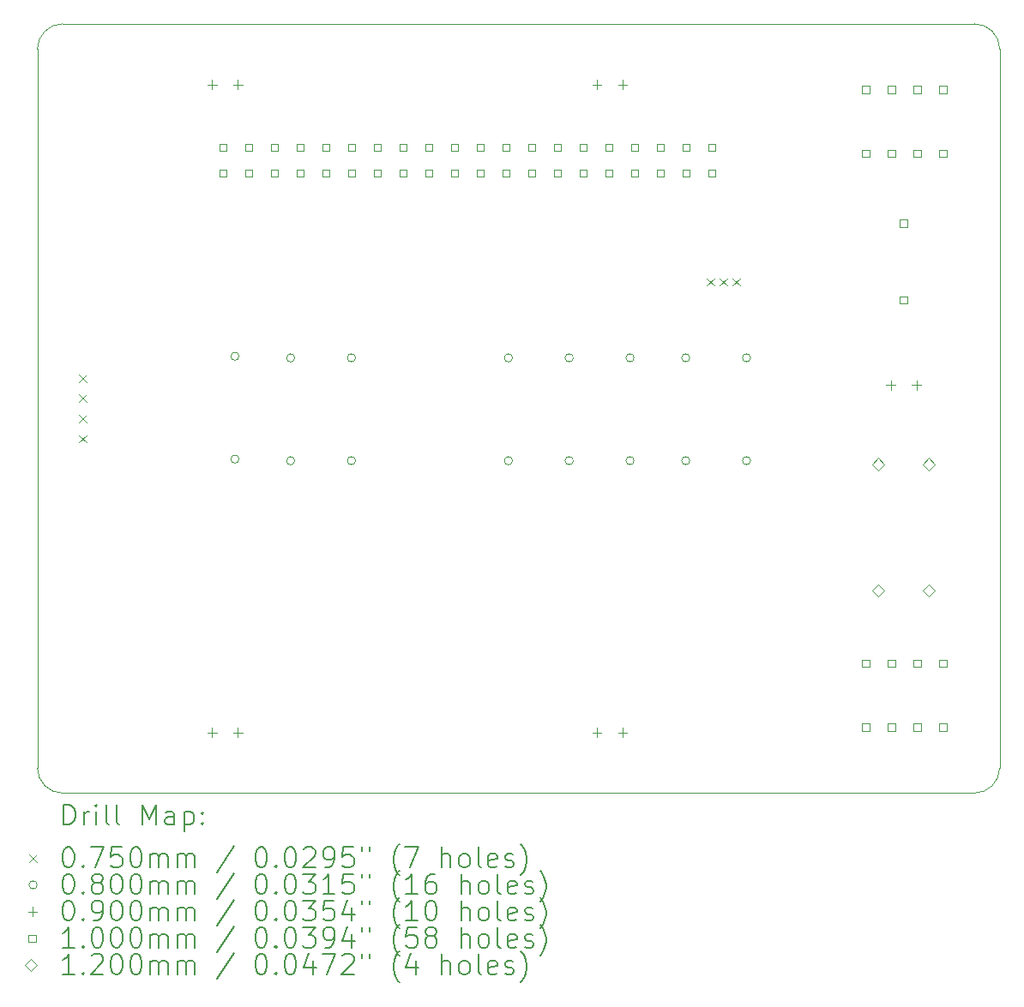
<source format=gbr>
%TF.GenerationSoftware,KiCad,Pcbnew,8.0.1*%
%TF.CreationDate,2024-04-28T12:21:24+02:00*%
%TF.ProjectId,IoT-Project,496f542d-5072-46f6-9a65-63742e6b6963,rev?*%
%TF.SameCoordinates,Original*%
%TF.FileFunction,Drillmap*%
%TF.FilePolarity,Positive*%
%FSLAX45Y45*%
G04 Gerber Fmt 4.5, Leading zero omitted, Abs format (unit mm)*
G04 Created by KiCad (PCBNEW 8.0.1) date 2024-04-28 12:21:24*
%MOMM*%
%LPD*%
G01*
G04 APERTURE LIST*
%ADD10C,0.050000*%
%ADD11C,0.200000*%
%ADD12C,0.100000*%
%ADD13C,0.120000*%
G04 APERTURE END LIST*
D10*
X12900000Y-16250000D02*
X3900000Y-16250000D01*
X13150000Y-8900000D02*
X13150000Y-16000000D01*
X3900000Y-8650000D02*
X12900000Y-8650000D01*
X3650000Y-16000000D02*
X3650000Y-8900000D01*
X3900000Y-16250000D02*
G75*
G02*
X3650000Y-16000000I0J250000D01*
G01*
X13150000Y-16000000D02*
G75*
G02*
X12900000Y-16250000I-250000J0D01*
G01*
X3650000Y-8900000D02*
G75*
G02*
X3900000Y-8650000I250000J0D01*
G01*
X12900000Y-8650000D02*
G75*
G02*
X13150000Y-8900000I0J-250000D01*
G01*
D11*
D12*
X4062500Y-12112500D02*
X4137500Y-12187500D01*
X4137500Y-12112500D02*
X4062500Y-12187500D01*
X4062500Y-12312500D02*
X4137500Y-12387500D01*
X4137500Y-12312500D02*
X4062500Y-12387500D01*
X4062500Y-12512500D02*
X4137500Y-12587500D01*
X4137500Y-12512500D02*
X4062500Y-12587500D01*
X4062500Y-12712500D02*
X4137500Y-12787500D01*
X4137500Y-12712500D02*
X4062500Y-12787500D01*
X10258500Y-11162500D02*
X10333500Y-11237500D01*
X10333500Y-11162500D02*
X10258500Y-11237500D01*
X10385500Y-11162500D02*
X10460500Y-11237500D01*
X10460500Y-11162500D02*
X10385500Y-11237500D01*
X10512500Y-11162500D02*
X10587500Y-11237500D01*
X10587500Y-11162500D02*
X10512500Y-11237500D01*
X5640000Y-11934000D02*
G75*
G02*
X5560000Y-11934000I-40000J0D01*
G01*
X5560000Y-11934000D02*
G75*
G02*
X5640000Y-11934000I40000J0D01*
G01*
X5640000Y-12950000D02*
G75*
G02*
X5560000Y-12950000I-40000J0D01*
G01*
X5560000Y-12950000D02*
G75*
G02*
X5640000Y-12950000I40000J0D01*
G01*
X6190000Y-11950000D02*
G75*
G02*
X6110000Y-11950000I-40000J0D01*
G01*
X6110000Y-11950000D02*
G75*
G02*
X6190000Y-11950000I40000J0D01*
G01*
X6190000Y-12966000D02*
G75*
G02*
X6110000Y-12966000I-40000J0D01*
G01*
X6110000Y-12966000D02*
G75*
G02*
X6190000Y-12966000I40000J0D01*
G01*
X6790000Y-11950000D02*
G75*
G02*
X6710000Y-11950000I-40000J0D01*
G01*
X6710000Y-11950000D02*
G75*
G02*
X6790000Y-11950000I40000J0D01*
G01*
X6790000Y-12966000D02*
G75*
G02*
X6710000Y-12966000I-40000J0D01*
G01*
X6710000Y-12966000D02*
G75*
G02*
X6790000Y-12966000I40000J0D01*
G01*
X8340000Y-11950000D02*
G75*
G02*
X8260000Y-11950000I-40000J0D01*
G01*
X8260000Y-11950000D02*
G75*
G02*
X8340000Y-11950000I40000J0D01*
G01*
X8340000Y-12966000D02*
G75*
G02*
X8260000Y-12966000I-40000J0D01*
G01*
X8260000Y-12966000D02*
G75*
G02*
X8340000Y-12966000I40000J0D01*
G01*
X8940000Y-11950000D02*
G75*
G02*
X8860000Y-11950000I-40000J0D01*
G01*
X8860000Y-11950000D02*
G75*
G02*
X8940000Y-11950000I40000J0D01*
G01*
X8940000Y-12966000D02*
G75*
G02*
X8860000Y-12966000I-40000J0D01*
G01*
X8860000Y-12966000D02*
G75*
G02*
X8940000Y-12966000I40000J0D01*
G01*
X9540000Y-11950000D02*
G75*
G02*
X9460000Y-11950000I-40000J0D01*
G01*
X9460000Y-11950000D02*
G75*
G02*
X9540000Y-11950000I40000J0D01*
G01*
X9540000Y-12966000D02*
G75*
G02*
X9460000Y-12966000I-40000J0D01*
G01*
X9460000Y-12966000D02*
G75*
G02*
X9540000Y-12966000I40000J0D01*
G01*
X10090000Y-11950000D02*
G75*
G02*
X10010000Y-11950000I-40000J0D01*
G01*
X10010000Y-11950000D02*
G75*
G02*
X10090000Y-11950000I40000J0D01*
G01*
X10090000Y-12966000D02*
G75*
G02*
X10010000Y-12966000I-40000J0D01*
G01*
X10010000Y-12966000D02*
G75*
G02*
X10090000Y-12966000I40000J0D01*
G01*
X10690000Y-11950000D02*
G75*
G02*
X10610000Y-11950000I-40000J0D01*
G01*
X10610000Y-11950000D02*
G75*
G02*
X10690000Y-11950000I40000J0D01*
G01*
X10690000Y-12966000D02*
G75*
G02*
X10610000Y-12966000I-40000J0D01*
G01*
X10610000Y-12966000D02*
G75*
G02*
X10690000Y-12966000I40000J0D01*
G01*
X5373500Y-9205000D02*
X5373500Y-9295000D01*
X5328500Y-9250000D02*
X5418500Y-9250000D01*
X5373500Y-15605000D02*
X5373500Y-15695000D01*
X5328500Y-15650000D02*
X5418500Y-15650000D01*
X5627500Y-9205000D02*
X5627500Y-9295000D01*
X5582500Y-9250000D02*
X5672500Y-9250000D01*
X5627500Y-15605000D02*
X5627500Y-15695000D01*
X5582500Y-15650000D02*
X5672500Y-15650000D01*
X9173500Y-9205000D02*
X9173500Y-9295000D01*
X9128500Y-9250000D02*
X9218500Y-9250000D01*
X9173500Y-15605000D02*
X9173500Y-15695000D01*
X9128500Y-15650000D02*
X9218500Y-15650000D01*
X9427500Y-9205000D02*
X9427500Y-9295000D01*
X9382500Y-9250000D02*
X9472500Y-9250000D01*
X9427500Y-15605000D02*
X9427500Y-15695000D01*
X9382500Y-15650000D02*
X9472500Y-15650000D01*
X12073500Y-12175000D02*
X12073500Y-12265000D01*
X12028500Y-12220000D02*
X12118500Y-12220000D01*
X12327500Y-12175000D02*
X12327500Y-12265000D01*
X12282500Y-12220000D02*
X12372500Y-12220000D01*
X5515356Y-9906356D02*
X5515356Y-9835644D01*
X5444644Y-9835644D01*
X5444644Y-9906356D01*
X5515356Y-9906356D01*
X5515356Y-10160356D02*
X5515356Y-10089644D01*
X5444644Y-10089644D01*
X5444644Y-10160356D01*
X5515356Y-10160356D01*
X5769356Y-9906356D02*
X5769356Y-9835644D01*
X5698644Y-9835644D01*
X5698644Y-9906356D01*
X5769356Y-9906356D01*
X5769356Y-10160356D02*
X5769356Y-10089644D01*
X5698644Y-10089644D01*
X5698644Y-10160356D01*
X5769356Y-10160356D01*
X6023356Y-9906356D02*
X6023356Y-9835644D01*
X5952644Y-9835644D01*
X5952644Y-9906356D01*
X6023356Y-9906356D01*
X6023356Y-10160356D02*
X6023356Y-10089644D01*
X5952644Y-10089644D01*
X5952644Y-10160356D01*
X6023356Y-10160356D01*
X6277356Y-9906356D02*
X6277356Y-9835644D01*
X6206644Y-9835644D01*
X6206644Y-9906356D01*
X6277356Y-9906356D01*
X6277356Y-10160356D02*
X6277356Y-10089644D01*
X6206644Y-10089644D01*
X6206644Y-10160356D01*
X6277356Y-10160356D01*
X6531356Y-9906356D02*
X6531356Y-9835644D01*
X6460644Y-9835644D01*
X6460644Y-9906356D01*
X6531356Y-9906356D01*
X6531356Y-10160356D02*
X6531356Y-10089644D01*
X6460644Y-10089644D01*
X6460644Y-10160356D01*
X6531356Y-10160356D01*
X6785356Y-9906356D02*
X6785356Y-9835644D01*
X6714644Y-9835644D01*
X6714644Y-9906356D01*
X6785356Y-9906356D01*
X6785356Y-10160356D02*
X6785356Y-10089644D01*
X6714644Y-10089644D01*
X6714644Y-10160356D01*
X6785356Y-10160356D01*
X7039356Y-9906356D02*
X7039356Y-9835644D01*
X6968644Y-9835644D01*
X6968644Y-9906356D01*
X7039356Y-9906356D01*
X7039356Y-10160356D02*
X7039356Y-10089644D01*
X6968644Y-10089644D01*
X6968644Y-10160356D01*
X7039356Y-10160356D01*
X7293356Y-9906356D02*
X7293356Y-9835644D01*
X7222644Y-9835644D01*
X7222644Y-9906356D01*
X7293356Y-9906356D01*
X7293356Y-10160356D02*
X7293356Y-10089644D01*
X7222644Y-10089644D01*
X7222644Y-10160356D01*
X7293356Y-10160356D01*
X7547356Y-9906356D02*
X7547356Y-9835644D01*
X7476644Y-9835644D01*
X7476644Y-9906356D01*
X7547356Y-9906356D01*
X7547356Y-10160356D02*
X7547356Y-10089644D01*
X7476644Y-10089644D01*
X7476644Y-10160356D01*
X7547356Y-10160356D01*
X7801356Y-9906356D02*
X7801356Y-9835644D01*
X7730644Y-9835644D01*
X7730644Y-9906356D01*
X7801356Y-9906356D01*
X7801356Y-10160356D02*
X7801356Y-10089644D01*
X7730644Y-10089644D01*
X7730644Y-10160356D01*
X7801356Y-10160356D01*
X8055356Y-9906356D02*
X8055356Y-9835644D01*
X7984644Y-9835644D01*
X7984644Y-9906356D01*
X8055356Y-9906356D01*
X8055356Y-10160356D02*
X8055356Y-10089644D01*
X7984644Y-10089644D01*
X7984644Y-10160356D01*
X8055356Y-10160356D01*
X8309356Y-9906356D02*
X8309356Y-9835644D01*
X8238644Y-9835644D01*
X8238644Y-9906356D01*
X8309356Y-9906356D01*
X8309356Y-10160356D02*
X8309356Y-10089644D01*
X8238644Y-10089644D01*
X8238644Y-10160356D01*
X8309356Y-10160356D01*
X8563356Y-9906356D02*
X8563356Y-9835644D01*
X8492644Y-9835644D01*
X8492644Y-9906356D01*
X8563356Y-9906356D01*
X8563356Y-10160356D02*
X8563356Y-10089644D01*
X8492644Y-10089644D01*
X8492644Y-10160356D01*
X8563356Y-10160356D01*
X8817356Y-9906356D02*
X8817356Y-9835644D01*
X8746644Y-9835644D01*
X8746644Y-9906356D01*
X8817356Y-9906356D01*
X8817356Y-10160356D02*
X8817356Y-10089644D01*
X8746644Y-10089644D01*
X8746644Y-10160356D01*
X8817356Y-10160356D01*
X9071356Y-9906356D02*
X9071356Y-9835644D01*
X9000644Y-9835644D01*
X9000644Y-9906356D01*
X9071356Y-9906356D01*
X9071356Y-10160356D02*
X9071356Y-10089644D01*
X9000644Y-10089644D01*
X9000644Y-10160356D01*
X9071356Y-10160356D01*
X9325356Y-9906356D02*
X9325356Y-9835644D01*
X9254644Y-9835644D01*
X9254644Y-9906356D01*
X9325356Y-9906356D01*
X9325356Y-10160356D02*
X9325356Y-10089644D01*
X9254644Y-10089644D01*
X9254644Y-10160356D01*
X9325356Y-10160356D01*
X9579356Y-9906356D02*
X9579356Y-9835644D01*
X9508644Y-9835644D01*
X9508644Y-9906356D01*
X9579356Y-9906356D01*
X9579356Y-10160356D02*
X9579356Y-10089644D01*
X9508644Y-10089644D01*
X9508644Y-10160356D01*
X9579356Y-10160356D01*
X9833356Y-9906356D02*
X9833356Y-9835644D01*
X9762644Y-9835644D01*
X9762644Y-9906356D01*
X9833356Y-9906356D01*
X9833356Y-10160356D02*
X9833356Y-10089644D01*
X9762644Y-10089644D01*
X9762644Y-10160356D01*
X9833356Y-10160356D01*
X10087356Y-9906356D02*
X10087356Y-9835644D01*
X10016644Y-9835644D01*
X10016644Y-9906356D01*
X10087356Y-9906356D01*
X10087356Y-10160356D02*
X10087356Y-10089644D01*
X10016644Y-10089644D01*
X10016644Y-10160356D01*
X10087356Y-10160356D01*
X10341356Y-9906356D02*
X10341356Y-9835644D01*
X10270644Y-9835644D01*
X10270644Y-9906356D01*
X10341356Y-9906356D01*
X10341356Y-10160356D02*
X10341356Y-10089644D01*
X10270644Y-10089644D01*
X10270644Y-10160356D01*
X10341356Y-10160356D01*
X11863356Y-9335356D02*
X11863356Y-9264644D01*
X11792644Y-9264644D01*
X11792644Y-9335356D01*
X11863356Y-9335356D01*
X11863356Y-9965356D02*
X11863356Y-9894644D01*
X11792644Y-9894644D01*
X11792644Y-9965356D01*
X11863356Y-9965356D01*
X11863356Y-15005356D02*
X11863356Y-14934644D01*
X11792644Y-14934644D01*
X11792644Y-15005356D01*
X11863356Y-15005356D01*
X11863356Y-15635356D02*
X11863356Y-15564644D01*
X11792644Y-15564644D01*
X11792644Y-15635356D01*
X11863356Y-15635356D01*
X12117356Y-9335356D02*
X12117356Y-9264644D01*
X12046644Y-9264644D01*
X12046644Y-9335356D01*
X12117356Y-9335356D01*
X12117356Y-9965356D02*
X12117356Y-9894644D01*
X12046644Y-9894644D01*
X12046644Y-9965356D01*
X12117356Y-9965356D01*
X12117356Y-15005356D02*
X12117356Y-14934644D01*
X12046644Y-14934644D01*
X12046644Y-15005356D01*
X12117356Y-15005356D01*
X12117356Y-15635356D02*
X12117356Y-15564644D01*
X12046644Y-15564644D01*
X12046644Y-15635356D01*
X12117356Y-15635356D01*
X12235356Y-10655356D02*
X12235356Y-10584644D01*
X12164644Y-10584644D01*
X12164644Y-10655356D01*
X12235356Y-10655356D01*
X12235356Y-11415356D02*
X12235356Y-11344644D01*
X12164644Y-11344644D01*
X12164644Y-11415356D01*
X12235356Y-11415356D01*
X12371356Y-9335356D02*
X12371356Y-9264644D01*
X12300644Y-9264644D01*
X12300644Y-9335356D01*
X12371356Y-9335356D01*
X12371356Y-9965356D02*
X12371356Y-9894644D01*
X12300644Y-9894644D01*
X12300644Y-9965356D01*
X12371356Y-9965356D01*
X12371356Y-15005356D02*
X12371356Y-14934644D01*
X12300644Y-14934644D01*
X12300644Y-15005356D01*
X12371356Y-15005356D01*
X12371356Y-15635356D02*
X12371356Y-15564644D01*
X12300644Y-15564644D01*
X12300644Y-15635356D01*
X12371356Y-15635356D01*
X12625356Y-9335356D02*
X12625356Y-9264644D01*
X12554644Y-9264644D01*
X12554644Y-9335356D01*
X12625356Y-9335356D01*
X12625356Y-9965356D02*
X12625356Y-9894644D01*
X12554644Y-9894644D01*
X12554644Y-9965356D01*
X12625356Y-9965356D01*
X12625356Y-15005356D02*
X12625356Y-14934644D01*
X12554644Y-14934644D01*
X12554644Y-15005356D01*
X12625356Y-15005356D01*
X12625356Y-15635356D02*
X12625356Y-15564644D01*
X12554644Y-15564644D01*
X12554644Y-15635356D01*
X12625356Y-15635356D01*
D13*
X11950000Y-13060000D02*
X12010000Y-13000000D01*
X11950000Y-12940000D01*
X11890000Y-13000000D01*
X11950000Y-13060000D01*
X11950000Y-14310000D02*
X12010000Y-14250000D01*
X11950000Y-14190000D01*
X11890000Y-14250000D01*
X11950000Y-14310000D01*
X12450000Y-13060000D02*
X12510000Y-13000000D01*
X12450000Y-12940000D01*
X12390000Y-13000000D01*
X12450000Y-13060000D01*
X12450000Y-14310000D02*
X12510000Y-14250000D01*
X12450000Y-14190000D01*
X12390000Y-14250000D01*
X12450000Y-14310000D01*
D11*
X3908277Y-16563984D02*
X3908277Y-16363984D01*
X3908277Y-16363984D02*
X3955896Y-16363984D01*
X3955896Y-16363984D02*
X3984467Y-16373508D01*
X3984467Y-16373508D02*
X4003515Y-16392555D01*
X4003515Y-16392555D02*
X4013039Y-16411603D01*
X4013039Y-16411603D02*
X4022562Y-16449698D01*
X4022562Y-16449698D02*
X4022562Y-16478269D01*
X4022562Y-16478269D02*
X4013039Y-16516365D01*
X4013039Y-16516365D02*
X4003515Y-16535412D01*
X4003515Y-16535412D02*
X3984467Y-16554460D01*
X3984467Y-16554460D02*
X3955896Y-16563984D01*
X3955896Y-16563984D02*
X3908277Y-16563984D01*
X4108277Y-16563984D02*
X4108277Y-16430650D01*
X4108277Y-16468746D02*
X4117801Y-16449698D01*
X4117801Y-16449698D02*
X4127324Y-16440174D01*
X4127324Y-16440174D02*
X4146372Y-16430650D01*
X4146372Y-16430650D02*
X4165420Y-16430650D01*
X4232086Y-16563984D02*
X4232086Y-16430650D01*
X4232086Y-16363984D02*
X4222563Y-16373508D01*
X4222563Y-16373508D02*
X4232086Y-16383031D01*
X4232086Y-16383031D02*
X4241610Y-16373508D01*
X4241610Y-16373508D02*
X4232086Y-16363984D01*
X4232086Y-16363984D02*
X4232086Y-16383031D01*
X4355896Y-16563984D02*
X4336848Y-16554460D01*
X4336848Y-16554460D02*
X4327324Y-16535412D01*
X4327324Y-16535412D02*
X4327324Y-16363984D01*
X4460658Y-16563984D02*
X4441610Y-16554460D01*
X4441610Y-16554460D02*
X4432086Y-16535412D01*
X4432086Y-16535412D02*
X4432086Y-16363984D01*
X4689229Y-16563984D02*
X4689229Y-16363984D01*
X4689229Y-16363984D02*
X4755896Y-16506841D01*
X4755896Y-16506841D02*
X4822563Y-16363984D01*
X4822563Y-16363984D02*
X4822563Y-16563984D01*
X5003515Y-16563984D02*
X5003515Y-16459222D01*
X5003515Y-16459222D02*
X4993991Y-16440174D01*
X4993991Y-16440174D02*
X4974944Y-16430650D01*
X4974944Y-16430650D02*
X4936848Y-16430650D01*
X4936848Y-16430650D02*
X4917801Y-16440174D01*
X5003515Y-16554460D02*
X4984467Y-16563984D01*
X4984467Y-16563984D02*
X4936848Y-16563984D01*
X4936848Y-16563984D02*
X4917801Y-16554460D01*
X4917801Y-16554460D02*
X4908277Y-16535412D01*
X4908277Y-16535412D02*
X4908277Y-16516365D01*
X4908277Y-16516365D02*
X4917801Y-16497317D01*
X4917801Y-16497317D02*
X4936848Y-16487793D01*
X4936848Y-16487793D02*
X4984467Y-16487793D01*
X4984467Y-16487793D02*
X5003515Y-16478269D01*
X5098753Y-16430650D02*
X5098753Y-16630650D01*
X5098753Y-16440174D02*
X5117801Y-16430650D01*
X5117801Y-16430650D02*
X5155896Y-16430650D01*
X5155896Y-16430650D02*
X5174944Y-16440174D01*
X5174944Y-16440174D02*
X5184467Y-16449698D01*
X5184467Y-16449698D02*
X5193991Y-16468746D01*
X5193991Y-16468746D02*
X5193991Y-16525888D01*
X5193991Y-16525888D02*
X5184467Y-16544936D01*
X5184467Y-16544936D02*
X5174944Y-16554460D01*
X5174944Y-16554460D02*
X5155896Y-16563984D01*
X5155896Y-16563984D02*
X5117801Y-16563984D01*
X5117801Y-16563984D02*
X5098753Y-16554460D01*
X5279705Y-16544936D02*
X5289229Y-16554460D01*
X5289229Y-16554460D02*
X5279705Y-16563984D01*
X5279705Y-16563984D02*
X5270182Y-16554460D01*
X5270182Y-16554460D02*
X5279705Y-16544936D01*
X5279705Y-16544936D02*
X5279705Y-16563984D01*
X5279705Y-16440174D02*
X5289229Y-16449698D01*
X5289229Y-16449698D02*
X5279705Y-16459222D01*
X5279705Y-16459222D02*
X5270182Y-16449698D01*
X5270182Y-16449698D02*
X5279705Y-16440174D01*
X5279705Y-16440174D02*
X5279705Y-16459222D01*
D12*
X3572500Y-16855000D02*
X3647500Y-16930000D01*
X3647500Y-16855000D02*
X3572500Y-16930000D01*
D11*
X3946372Y-16783984D02*
X3965420Y-16783984D01*
X3965420Y-16783984D02*
X3984467Y-16793508D01*
X3984467Y-16793508D02*
X3993991Y-16803031D01*
X3993991Y-16803031D02*
X4003515Y-16822079D01*
X4003515Y-16822079D02*
X4013039Y-16860174D01*
X4013039Y-16860174D02*
X4013039Y-16907793D01*
X4013039Y-16907793D02*
X4003515Y-16945889D01*
X4003515Y-16945889D02*
X3993991Y-16964936D01*
X3993991Y-16964936D02*
X3984467Y-16974460D01*
X3984467Y-16974460D02*
X3965420Y-16983984D01*
X3965420Y-16983984D02*
X3946372Y-16983984D01*
X3946372Y-16983984D02*
X3927324Y-16974460D01*
X3927324Y-16974460D02*
X3917801Y-16964936D01*
X3917801Y-16964936D02*
X3908277Y-16945889D01*
X3908277Y-16945889D02*
X3898753Y-16907793D01*
X3898753Y-16907793D02*
X3898753Y-16860174D01*
X3898753Y-16860174D02*
X3908277Y-16822079D01*
X3908277Y-16822079D02*
X3917801Y-16803031D01*
X3917801Y-16803031D02*
X3927324Y-16793508D01*
X3927324Y-16793508D02*
X3946372Y-16783984D01*
X4098753Y-16964936D02*
X4108277Y-16974460D01*
X4108277Y-16974460D02*
X4098753Y-16983984D01*
X4098753Y-16983984D02*
X4089229Y-16974460D01*
X4089229Y-16974460D02*
X4098753Y-16964936D01*
X4098753Y-16964936D02*
X4098753Y-16983984D01*
X4174943Y-16783984D02*
X4308277Y-16783984D01*
X4308277Y-16783984D02*
X4222563Y-16983984D01*
X4479705Y-16783984D02*
X4384467Y-16783984D01*
X4384467Y-16783984D02*
X4374944Y-16879222D01*
X4374944Y-16879222D02*
X4384467Y-16869698D01*
X4384467Y-16869698D02*
X4403515Y-16860174D01*
X4403515Y-16860174D02*
X4451134Y-16860174D01*
X4451134Y-16860174D02*
X4470182Y-16869698D01*
X4470182Y-16869698D02*
X4479705Y-16879222D01*
X4479705Y-16879222D02*
X4489229Y-16898270D01*
X4489229Y-16898270D02*
X4489229Y-16945889D01*
X4489229Y-16945889D02*
X4479705Y-16964936D01*
X4479705Y-16964936D02*
X4470182Y-16974460D01*
X4470182Y-16974460D02*
X4451134Y-16983984D01*
X4451134Y-16983984D02*
X4403515Y-16983984D01*
X4403515Y-16983984D02*
X4384467Y-16974460D01*
X4384467Y-16974460D02*
X4374944Y-16964936D01*
X4613039Y-16783984D02*
X4632086Y-16783984D01*
X4632086Y-16783984D02*
X4651134Y-16793508D01*
X4651134Y-16793508D02*
X4660658Y-16803031D01*
X4660658Y-16803031D02*
X4670182Y-16822079D01*
X4670182Y-16822079D02*
X4679705Y-16860174D01*
X4679705Y-16860174D02*
X4679705Y-16907793D01*
X4679705Y-16907793D02*
X4670182Y-16945889D01*
X4670182Y-16945889D02*
X4660658Y-16964936D01*
X4660658Y-16964936D02*
X4651134Y-16974460D01*
X4651134Y-16974460D02*
X4632086Y-16983984D01*
X4632086Y-16983984D02*
X4613039Y-16983984D01*
X4613039Y-16983984D02*
X4593991Y-16974460D01*
X4593991Y-16974460D02*
X4584467Y-16964936D01*
X4584467Y-16964936D02*
X4574944Y-16945889D01*
X4574944Y-16945889D02*
X4565420Y-16907793D01*
X4565420Y-16907793D02*
X4565420Y-16860174D01*
X4565420Y-16860174D02*
X4574944Y-16822079D01*
X4574944Y-16822079D02*
X4584467Y-16803031D01*
X4584467Y-16803031D02*
X4593991Y-16793508D01*
X4593991Y-16793508D02*
X4613039Y-16783984D01*
X4765420Y-16983984D02*
X4765420Y-16850650D01*
X4765420Y-16869698D02*
X4774944Y-16860174D01*
X4774944Y-16860174D02*
X4793991Y-16850650D01*
X4793991Y-16850650D02*
X4822563Y-16850650D01*
X4822563Y-16850650D02*
X4841610Y-16860174D01*
X4841610Y-16860174D02*
X4851134Y-16879222D01*
X4851134Y-16879222D02*
X4851134Y-16983984D01*
X4851134Y-16879222D02*
X4860658Y-16860174D01*
X4860658Y-16860174D02*
X4879705Y-16850650D01*
X4879705Y-16850650D02*
X4908277Y-16850650D01*
X4908277Y-16850650D02*
X4927325Y-16860174D01*
X4927325Y-16860174D02*
X4936848Y-16879222D01*
X4936848Y-16879222D02*
X4936848Y-16983984D01*
X5032086Y-16983984D02*
X5032086Y-16850650D01*
X5032086Y-16869698D02*
X5041610Y-16860174D01*
X5041610Y-16860174D02*
X5060658Y-16850650D01*
X5060658Y-16850650D02*
X5089229Y-16850650D01*
X5089229Y-16850650D02*
X5108277Y-16860174D01*
X5108277Y-16860174D02*
X5117801Y-16879222D01*
X5117801Y-16879222D02*
X5117801Y-16983984D01*
X5117801Y-16879222D02*
X5127325Y-16860174D01*
X5127325Y-16860174D02*
X5146372Y-16850650D01*
X5146372Y-16850650D02*
X5174944Y-16850650D01*
X5174944Y-16850650D02*
X5193991Y-16860174D01*
X5193991Y-16860174D02*
X5203515Y-16879222D01*
X5203515Y-16879222D02*
X5203515Y-16983984D01*
X5593991Y-16774460D02*
X5422563Y-17031603D01*
X5851134Y-16783984D02*
X5870182Y-16783984D01*
X5870182Y-16783984D02*
X5889229Y-16793508D01*
X5889229Y-16793508D02*
X5898753Y-16803031D01*
X5898753Y-16803031D02*
X5908277Y-16822079D01*
X5908277Y-16822079D02*
X5917801Y-16860174D01*
X5917801Y-16860174D02*
X5917801Y-16907793D01*
X5917801Y-16907793D02*
X5908277Y-16945889D01*
X5908277Y-16945889D02*
X5898753Y-16964936D01*
X5898753Y-16964936D02*
X5889229Y-16974460D01*
X5889229Y-16974460D02*
X5870182Y-16983984D01*
X5870182Y-16983984D02*
X5851134Y-16983984D01*
X5851134Y-16983984D02*
X5832086Y-16974460D01*
X5832086Y-16974460D02*
X5822563Y-16964936D01*
X5822563Y-16964936D02*
X5813039Y-16945889D01*
X5813039Y-16945889D02*
X5803515Y-16907793D01*
X5803515Y-16907793D02*
X5803515Y-16860174D01*
X5803515Y-16860174D02*
X5813039Y-16822079D01*
X5813039Y-16822079D02*
X5822563Y-16803031D01*
X5822563Y-16803031D02*
X5832086Y-16793508D01*
X5832086Y-16793508D02*
X5851134Y-16783984D01*
X6003515Y-16964936D02*
X6013039Y-16974460D01*
X6013039Y-16974460D02*
X6003515Y-16983984D01*
X6003515Y-16983984D02*
X5993991Y-16974460D01*
X5993991Y-16974460D02*
X6003515Y-16964936D01*
X6003515Y-16964936D02*
X6003515Y-16983984D01*
X6136848Y-16783984D02*
X6155896Y-16783984D01*
X6155896Y-16783984D02*
X6174944Y-16793508D01*
X6174944Y-16793508D02*
X6184467Y-16803031D01*
X6184467Y-16803031D02*
X6193991Y-16822079D01*
X6193991Y-16822079D02*
X6203515Y-16860174D01*
X6203515Y-16860174D02*
X6203515Y-16907793D01*
X6203515Y-16907793D02*
X6193991Y-16945889D01*
X6193991Y-16945889D02*
X6184467Y-16964936D01*
X6184467Y-16964936D02*
X6174944Y-16974460D01*
X6174944Y-16974460D02*
X6155896Y-16983984D01*
X6155896Y-16983984D02*
X6136848Y-16983984D01*
X6136848Y-16983984D02*
X6117801Y-16974460D01*
X6117801Y-16974460D02*
X6108277Y-16964936D01*
X6108277Y-16964936D02*
X6098753Y-16945889D01*
X6098753Y-16945889D02*
X6089229Y-16907793D01*
X6089229Y-16907793D02*
X6089229Y-16860174D01*
X6089229Y-16860174D02*
X6098753Y-16822079D01*
X6098753Y-16822079D02*
X6108277Y-16803031D01*
X6108277Y-16803031D02*
X6117801Y-16793508D01*
X6117801Y-16793508D02*
X6136848Y-16783984D01*
X6279706Y-16803031D02*
X6289229Y-16793508D01*
X6289229Y-16793508D02*
X6308277Y-16783984D01*
X6308277Y-16783984D02*
X6355896Y-16783984D01*
X6355896Y-16783984D02*
X6374944Y-16793508D01*
X6374944Y-16793508D02*
X6384467Y-16803031D01*
X6384467Y-16803031D02*
X6393991Y-16822079D01*
X6393991Y-16822079D02*
X6393991Y-16841127D01*
X6393991Y-16841127D02*
X6384467Y-16869698D01*
X6384467Y-16869698D02*
X6270182Y-16983984D01*
X6270182Y-16983984D02*
X6393991Y-16983984D01*
X6489229Y-16983984D02*
X6527325Y-16983984D01*
X6527325Y-16983984D02*
X6546372Y-16974460D01*
X6546372Y-16974460D02*
X6555896Y-16964936D01*
X6555896Y-16964936D02*
X6574944Y-16936365D01*
X6574944Y-16936365D02*
X6584467Y-16898270D01*
X6584467Y-16898270D02*
X6584467Y-16822079D01*
X6584467Y-16822079D02*
X6574944Y-16803031D01*
X6574944Y-16803031D02*
X6565420Y-16793508D01*
X6565420Y-16793508D02*
X6546372Y-16783984D01*
X6546372Y-16783984D02*
X6508277Y-16783984D01*
X6508277Y-16783984D02*
X6489229Y-16793508D01*
X6489229Y-16793508D02*
X6479706Y-16803031D01*
X6479706Y-16803031D02*
X6470182Y-16822079D01*
X6470182Y-16822079D02*
X6470182Y-16869698D01*
X6470182Y-16869698D02*
X6479706Y-16888746D01*
X6479706Y-16888746D02*
X6489229Y-16898270D01*
X6489229Y-16898270D02*
X6508277Y-16907793D01*
X6508277Y-16907793D02*
X6546372Y-16907793D01*
X6546372Y-16907793D02*
X6565420Y-16898270D01*
X6565420Y-16898270D02*
X6574944Y-16888746D01*
X6574944Y-16888746D02*
X6584467Y-16869698D01*
X6765420Y-16783984D02*
X6670182Y-16783984D01*
X6670182Y-16783984D02*
X6660658Y-16879222D01*
X6660658Y-16879222D02*
X6670182Y-16869698D01*
X6670182Y-16869698D02*
X6689229Y-16860174D01*
X6689229Y-16860174D02*
X6736848Y-16860174D01*
X6736848Y-16860174D02*
X6755896Y-16869698D01*
X6755896Y-16869698D02*
X6765420Y-16879222D01*
X6765420Y-16879222D02*
X6774944Y-16898270D01*
X6774944Y-16898270D02*
X6774944Y-16945889D01*
X6774944Y-16945889D02*
X6765420Y-16964936D01*
X6765420Y-16964936D02*
X6755896Y-16974460D01*
X6755896Y-16974460D02*
X6736848Y-16983984D01*
X6736848Y-16983984D02*
X6689229Y-16983984D01*
X6689229Y-16983984D02*
X6670182Y-16974460D01*
X6670182Y-16974460D02*
X6660658Y-16964936D01*
X6851134Y-16783984D02*
X6851134Y-16822079D01*
X6927325Y-16783984D02*
X6927325Y-16822079D01*
X7222563Y-17060174D02*
X7213039Y-17050650D01*
X7213039Y-17050650D02*
X7193991Y-17022079D01*
X7193991Y-17022079D02*
X7184468Y-17003031D01*
X7184468Y-17003031D02*
X7174944Y-16974460D01*
X7174944Y-16974460D02*
X7165420Y-16926841D01*
X7165420Y-16926841D02*
X7165420Y-16888746D01*
X7165420Y-16888746D02*
X7174944Y-16841127D01*
X7174944Y-16841127D02*
X7184468Y-16812555D01*
X7184468Y-16812555D02*
X7193991Y-16793508D01*
X7193991Y-16793508D02*
X7213039Y-16764936D01*
X7213039Y-16764936D02*
X7222563Y-16755412D01*
X7279706Y-16783984D02*
X7413039Y-16783984D01*
X7413039Y-16783984D02*
X7327325Y-16983984D01*
X7641610Y-16983984D02*
X7641610Y-16783984D01*
X7727325Y-16983984D02*
X7727325Y-16879222D01*
X7727325Y-16879222D02*
X7717801Y-16860174D01*
X7717801Y-16860174D02*
X7698753Y-16850650D01*
X7698753Y-16850650D02*
X7670182Y-16850650D01*
X7670182Y-16850650D02*
X7651134Y-16860174D01*
X7651134Y-16860174D02*
X7641610Y-16869698D01*
X7851134Y-16983984D02*
X7832087Y-16974460D01*
X7832087Y-16974460D02*
X7822563Y-16964936D01*
X7822563Y-16964936D02*
X7813039Y-16945889D01*
X7813039Y-16945889D02*
X7813039Y-16888746D01*
X7813039Y-16888746D02*
X7822563Y-16869698D01*
X7822563Y-16869698D02*
X7832087Y-16860174D01*
X7832087Y-16860174D02*
X7851134Y-16850650D01*
X7851134Y-16850650D02*
X7879706Y-16850650D01*
X7879706Y-16850650D02*
X7898753Y-16860174D01*
X7898753Y-16860174D02*
X7908277Y-16869698D01*
X7908277Y-16869698D02*
X7917801Y-16888746D01*
X7917801Y-16888746D02*
X7917801Y-16945889D01*
X7917801Y-16945889D02*
X7908277Y-16964936D01*
X7908277Y-16964936D02*
X7898753Y-16974460D01*
X7898753Y-16974460D02*
X7879706Y-16983984D01*
X7879706Y-16983984D02*
X7851134Y-16983984D01*
X8032087Y-16983984D02*
X8013039Y-16974460D01*
X8013039Y-16974460D02*
X8003515Y-16955412D01*
X8003515Y-16955412D02*
X8003515Y-16783984D01*
X8184468Y-16974460D02*
X8165420Y-16983984D01*
X8165420Y-16983984D02*
X8127325Y-16983984D01*
X8127325Y-16983984D02*
X8108277Y-16974460D01*
X8108277Y-16974460D02*
X8098753Y-16955412D01*
X8098753Y-16955412D02*
X8098753Y-16879222D01*
X8098753Y-16879222D02*
X8108277Y-16860174D01*
X8108277Y-16860174D02*
X8127325Y-16850650D01*
X8127325Y-16850650D02*
X8165420Y-16850650D01*
X8165420Y-16850650D02*
X8184468Y-16860174D01*
X8184468Y-16860174D02*
X8193991Y-16879222D01*
X8193991Y-16879222D02*
X8193991Y-16898270D01*
X8193991Y-16898270D02*
X8098753Y-16917317D01*
X8270182Y-16974460D02*
X8289230Y-16983984D01*
X8289230Y-16983984D02*
X8327325Y-16983984D01*
X8327325Y-16983984D02*
X8346372Y-16974460D01*
X8346372Y-16974460D02*
X8355896Y-16955412D01*
X8355896Y-16955412D02*
X8355896Y-16945889D01*
X8355896Y-16945889D02*
X8346372Y-16926841D01*
X8346372Y-16926841D02*
X8327325Y-16917317D01*
X8327325Y-16917317D02*
X8298753Y-16917317D01*
X8298753Y-16917317D02*
X8279706Y-16907793D01*
X8279706Y-16907793D02*
X8270182Y-16888746D01*
X8270182Y-16888746D02*
X8270182Y-16879222D01*
X8270182Y-16879222D02*
X8279706Y-16860174D01*
X8279706Y-16860174D02*
X8298753Y-16850650D01*
X8298753Y-16850650D02*
X8327325Y-16850650D01*
X8327325Y-16850650D02*
X8346372Y-16860174D01*
X8422563Y-17060174D02*
X8432087Y-17050650D01*
X8432087Y-17050650D02*
X8451134Y-17022079D01*
X8451134Y-17022079D02*
X8460658Y-17003031D01*
X8460658Y-17003031D02*
X8470182Y-16974460D01*
X8470182Y-16974460D02*
X8479706Y-16926841D01*
X8479706Y-16926841D02*
X8479706Y-16888746D01*
X8479706Y-16888746D02*
X8470182Y-16841127D01*
X8470182Y-16841127D02*
X8460658Y-16812555D01*
X8460658Y-16812555D02*
X8451134Y-16793508D01*
X8451134Y-16793508D02*
X8432087Y-16764936D01*
X8432087Y-16764936D02*
X8422563Y-16755412D01*
D12*
X3647500Y-17156500D02*
G75*
G02*
X3567500Y-17156500I-40000J0D01*
G01*
X3567500Y-17156500D02*
G75*
G02*
X3647500Y-17156500I40000J0D01*
G01*
D11*
X3946372Y-17047984D02*
X3965420Y-17047984D01*
X3965420Y-17047984D02*
X3984467Y-17057508D01*
X3984467Y-17057508D02*
X3993991Y-17067031D01*
X3993991Y-17067031D02*
X4003515Y-17086079D01*
X4003515Y-17086079D02*
X4013039Y-17124174D01*
X4013039Y-17124174D02*
X4013039Y-17171793D01*
X4013039Y-17171793D02*
X4003515Y-17209889D01*
X4003515Y-17209889D02*
X3993991Y-17228936D01*
X3993991Y-17228936D02*
X3984467Y-17238460D01*
X3984467Y-17238460D02*
X3965420Y-17247984D01*
X3965420Y-17247984D02*
X3946372Y-17247984D01*
X3946372Y-17247984D02*
X3927324Y-17238460D01*
X3927324Y-17238460D02*
X3917801Y-17228936D01*
X3917801Y-17228936D02*
X3908277Y-17209889D01*
X3908277Y-17209889D02*
X3898753Y-17171793D01*
X3898753Y-17171793D02*
X3898753Y-17124174D01*
X3898753Y-17124174D02*
X3908277Y-17086079D01*
X3908277Y-17086079D02*
X3917801Y-17067031D01*
X3917801Y-17067031D02*
X3927324Y-17057508D01*
X3927324Y-17057508D02*
X3946372Y-17047984D01*
X4098753Y-17228936D02*
X4108277Y-17238460D01*
X4108277Y-17238460D02*
X4098753Y-17247984D01*
X4098753Y-17247984D02*
X4089229Y-17238460D01*
X4089229Y-17238460D02*
X4098753Y-17228936D01*
X4098753Y-17228936D02*
X4098753Y-17247984D01*
X4222563Y-17133698D02*
X4203515Y-17124174D01*
X4203515Y-17124174D02*
X4193991Y-17114650D01*
X4193991Y-17114650D02*
X4184467Y-17095603D01*
X4184467Y-17095603D02*
X4184467Y-17086079D01*
X4184467Y-17086079D02*
X4193991Y-17067031D01*
X4193991Y-17067031D02*
X4203515Y-17057508D01*
X4203515Y-17057508D02*
X4222563Y-17047984D01*
X4222563Y-17047984D02*
X4260658Y-17047984D01*
X4260658Y-17047984D02*
X4279705Y-17057508D01*
X4279705Y-17057508D02*
X4289229Y-17067031D01*
X4289229Y-17067031D02*
X4298753Y-17086079D01*
X4298753Y-17086079D02*
X4298753Y-17095603D01*
X4298753Y-17095603D02*
X4289229Y-17114650D01*
X4289229Y-17114650D02*
X4279705Y-17124174D01*
X4279705Y-17124174D02*
X4260658Y-17133698D01*
X4260658Y-17133698D02*
X4222563Y-17133698D01*
X4222563Y-17133698D02*
X4203515Y-17143222D01*
X4203515Y-17143222D02*
X4193991Y-17152746D01*
X4193991Y-17152746D02*
X4184467Y-17171793D01*
X4184467Y-17171793D02*
X4184467Y-17209889D01*
X4184467Y-17209889D02*
X4193991Y-17228936D01*
X4193991Y-17228936D02*
X4203515Y-17238460D01*
X4203515Y-17238460D02*
X4222563Y-17247984D01*
X4222563Y-17247984D02*
X4260658Y-17247984D01*
X4260658Y-17247984D02*
X4279705Y-17238460D01*
X4279705Y-17238460D02*
X4289229Y-17228936D01*
X4289229Y-17228936D02*
X4298753Y-17209889D01*
X4298753Y-17209889D02*
X4298753Y-17171793D01*
X4298753Y-17171793D02*
X4289229Y-17152746D01*
X4289229Y-17152746D02*
X4279705Y-17143222D01*
X4279705Y-17143222D02*
X4260658Y-17133698D01*
X4422563Y-17047984D02*
X4441610Y-17047984D01*
X4441610Y-17047984D02*
X4460658Y-17057508D01*
X4460658Y-17057508D02*
X4470182Y-17067031D01*
X4470182Y-17067031D02*
X4479705Y-17086079D01*
X4479705Y-17086079D02*
X4489229Y-17124174D01*
X4489229Y-17124174D02*
X4489229Y-17171793D01*
X4489229Y-17171793D02*
X4479705Y-17209889D01*
X4479705Y-17209889D02*
X4470182Y-17228936D01*
X4470182Y-17228936D02*
X4460658Y-17238460D01*
X4460658Y-17238460D02*
X4441610Y-17247984D01*
X4441610Y-17247984D02*
X4422563Y-17247984D01*
X4422563Y-17247984D02*
X4403515Y-17238460D01*
X4403515Y-17238460D02*
X4393991Y-17228936D01*
X4393991Y-17228936D02*
X4384467Y-17209889D01*
X4384467Y-17209889D02*
X4374944Y-17171793D01*
X4374944Y-17171793D02*
X4374944Y-17124174D01*
X4374944Y-17124174D02*
X4384467Y-17086079D01*
X4384467Y-17086079D02*
X4393991Y-17067031D01*
X4393991Y-17067031D02*
X4403515Y-17057508D01*
X4403515Y-17057508D02*
X4422563Y-17047984D01*
X4613039Y-17047984D02*
X4632086Y-17047984D01*
X4632086Y-17047984D02*
X4651134Y-17057508D01*
X4651134Y-17057508D02*
X4660658Y-17067031D01*
X4660658Y-17067031D02*
X4670182Y-17086079D01*
X4670182Y-17086079D02*
X4679705Y-17124174D01*
X4679705Y-17124174D02*
X4679705Y-17171793D01*
X4679705Y-17171793D02*
X4670182Y-17209889D01*
X4670182Y-17209889D02*
X4660658Y-17228936D01*
X4660658Y-17228936D02*
X4651134Y-17238460D01*
X4651134Y-17238460D02*
X4632086Y-17247984D01*
X4632086Y-17247984D02*
X4613039Y-17247984D01*
X4613039Y-17247984D02*
X4593991Y-17238460D01*
X4593991Y-17238460D02*
X4584467Y-17228936D01*
X4584467Y-17228936D02*
X4574944Y-17209889D01*
X4574944Y-17209889D02*
X4565420Y-17171793D01*
X4565420Y-17171793D02*
X4565420Y-17124174D01*
X4565420Y-17124174D02*
X4574944Y-17086079D01*
X4574944Y-17086079D02*
X4584467Y-17067031D01*
X4584467Y-17067031D02*
X4593991Y-17057508D01*
X4593991Y-17057508D02*
X4613039Y-17047984D01*
X4765420Y-17247984D02*
X4765420Y-17114650D01*
X4765420Y-17133698D02*
X4774944Y-17124174D01*
X4774944Y-17124174D02*
X4793991Y-17114650D01*
X4793991Y-17114650D02*
X4822563Y-17114650D01*
X4822563Y-17114650D02*
X4841610Y-17124174D01*
X4841610Y-17124174D02*
X4851134Y-17143222D01*
X4851134Y-17143222D02*
X4851134Y-17247984D01*
X4851134Y-17143222D02*
X4860658Y-17124174D01*
X4860658Y-17124174D02*
X4879705Y-17114650D01*
X4879705Y-17114650D02*
X4908277Y-17114650D01*
X4908277Y-17114650D02*
X4927325Y-17124174D01*
X4927325Y-17124174D02*
X4936848Y-17143222D01*
X4936848Y-17143222D02*
X4936848Y-17247984D01*
X5032086Y-17247984D02*
X5032086Y-17114650D01*
X5032086Y-17133698D02*
X5041610Y-17124174D01*
X5041610Y-17124174D02*
X5060658Y-17114650D01*
X5060658Y-17114650D02*
X5089229Y-17114650D01*
X5089229Y-17114650D02*
X5108277Y-17124174D01*
X5108277Y-17124174D02*
X5117801Y-17143222D01*
X5117801Y-17143222D02*
X5117801Y-17247984D01*
X5117801Y-17143222D02*
X5127325Y-17124174D01*
X5127325Y-17124174D02*
X5146372Y-17114650D01*
X5146372Y-17114650D02*
X5174944Y-17114650D01*
X5174944Y-17114650D02*
X5193991Y-17124174D01*
X5193991Y-17124174D02*
X5203515Y-17143222D01*
X5203515Y-17143222D02*
X5203515Y-17247984D01*
X5593991Y-17038460D02*
X5422563Y-17295603D01*
X5851134Y-17047984D02*
X5870182Y-17047984D01*
X5870182Y-17047984D02*
X5889229Y-17057508D01*
X5889229Y-17057508D02*
X5898753Y-17067031D01*
X5898753Y-17067031D02*
X5908277Y-17086079D01*
X5908277Y-17086079D02*
X5917801Y-17124174D01*
X5917801Y-17124174D02*
X5917801Y-17171793D01*
X5917801Y-17171793D02*
X5908277Y-17209889D01*
X5908277Y-17209889D02*
X5898753Y-17228936D01*
X5898753Y-17228936D02*
X5889229Y-17238460D01*
X5889229Y-17238460D02*
X5870182Y-17247984D01*
X5870182Y-17247984D02*
X5851134Y-17247984D01*
X5851134Y-17247984D02*
X5832086Y-17238460D01*
X5832086Y-17238460D02*
X5822563Y-17228936D01*
X5822563Y-17228936D02*
X5813039Y-17209889D01*
X5813039Y-17209889D02*
X5803515Y-17171793D01*
X5803515Y-17171793D02*
X5803515Y-17124174D01*
X5803515Y-17124174D02*
X5813039Y-17086079D01*
X5813039Y-17086079D02*
X5822563Y-17067031D01*
X5822563Y-17067031D02*
X5832086Y-17057508D01*
X5832086Y-17057508D02*
X5851134Y-17047984D01*
X6003515Y-17228936D02*
X6013039Y-17238460D01*
X6013039Y-17238460D02*
X6003515Y-17247984D01*
X6003515Y-17247984D02*
X5993991Y-17238460D01*
X5993991Y-17238460D02*
X6003515Y-17228936D01*
X6003515Y-17228936D02*
X6003515Y-17247984D01*
X6136848Y-17047984D02*
X6155896Y-17047984D01*
X6155896Y-17047984D02*
X6174944Y-17057508D01*
X6174944Y-17057508D02*
X6184467Y-17067031D01*
X6184467Y-17067031D02*
X6193991Y-17086079D01*
X6193991Y-17086079D02*
X6203515Y-17124174D01*
X6203515Y-17124174D02*
X6203515Y-17171793D01*
X6203515Y-17171793D02*
X6193991Y-17209889D01*
X6193991Y-17209889D02*
X6184467Y-17228936D01*
X6184467Y-17228936D02*
X6174944Y-17238460D01*
X6174944Y-17238460D02*
X6155896Y-17247984D01*
X6155896Y-17247984D02*
X6136848Y-17247984D01*
X6136848Y-17247984D02*
X6117801Y-17238460D01*
X6117801Y-17238460D02*
X6108277Y-17228936D01*
X6108277Y-17228936D02*
X6098753Y-17209889D01*
X6098753Y-17209889D02*
X6089229Y-17171793D01*
X6089229Y-17171793D02*
X6089229Y-17124174D01*
X6089229Y-17124174D02*
X6098753Y-17086079D01*
X6098753Y-17086079D02*
X6108277Y-17067031D01*
X6108277Y-17067031D02*
X6117801Y-17057508D01*
X6117801Y-17057508D02*
X6136848Y-17047984D01*
X6270182Y-17047984D02*
X6393991Y-17047984D01*
X6393991Y-17047984D02*
X6327325Y-17124174D01*
X6327325Y-17124174D02*
X6355896Y-17124174D01*
X6355896Y-17124174D02*
X6374944Y-17133698D01*
X6374944Y-17133698D02*
X6384467Y-17143222D01*
X6384467Y-17143222D02*
X6393991Y-17162270D01*
X6393991Y-17162270D02*
X6393991Y-17209889D01*
X6393991Y-17209889D02*
X6384467Y-17228936D01*
X6384467Y-17228936D02*
X6374944Y-17238460D01*
X6374944Y-17238460D02*
X6355896Y-17247984D01*
X6355896Y-17247984D02*
X6298753Y-17247984D01*
X6298753Y-17247984D02*
X6279706Y-17238460D01*
X6279706Y-17238460D02*
X6270182Y-17228936D01*
X6584467Y-17247984D02*
X6470182Y-17247984D01*
X6527325Y-17247984D02*
X6527325Y-17047984D01*
X6527325Y-17047984D02*
X6508277Y-17076555D01*
X6508277Y-17076555D02*
X6489229Y-17095603D01*
X6489229Y-17095603D02*
X6470182Y-17105127D01*
X6765420Y-17047984D02*
X6670182Y-17047984D01*
X6670182Y-17047984D02*
X6660658Y-17143222D01*
X6660658Y-17143222D02*
X6670182Y-17133698D01*
X6670182Y-17133698D02*
X6689229Y-17124174D01*
X6689229Y-17124174D02*
X6736848Y-17124174D01*
X6736848Y-17124174D02*
X6755896Y-17133698D01*
X6755896Y-17133698D02*
X6765420Y-17143222D01*
X6765420Y-17143222D02*
X6774944Y-17162270D01*
X6774944Y-17162270D02*
X6774944Y-17209889D01*
X6774944Y-17209889D02*
X6765420Y-17228936D01*
X6765420Y-17228936D02*
X6755896Y-17238460D01*
X6755896Y-17238460D02*
X6736848Y-17247984D01*
X6736848Y-17247984D02*
X6689229Y-17247984D01*
X6689229Y-17247984D02*
X6670182Y-17238460D01*
X6670182Y-17238460D02*
X6660658Y-17228936D01*
X6851134Y-17047984D02*
X6851134Y-17086079D01*
X6927325Y-17047984D02*
X6927325Y-17086079D01*
X7222563Y-17324174D02*
X7213039Y-17314650D01*
X7213039Y-17314650D02*
X7193991Y-17286079D01*
X7193991Y-17286079D02*
X7184468Y-17267031D01*
X7184468Y-17267031D02*
X7174944Y-17238460D01*
X7174944Y-17238460D02*
X7165420Y-17190841D01*
X7165420Y-17190841D02*
X7165420Y-17152746D01*
X7165420Y-17152746D02*
X7174944Y-17105127D01*
X7174944Y-17105127D02*
X7184468Y-17076555D01*
X7184468Y-17076555D02*
X7193991Y-17057508D01*
X7193991Y-17057508D02*
X7213039Y-17028936D01*
X7213039Y-17028936D02*
X7222563Y-17019412D01*
X7403515Y-17247984D02*
X7289229Y-17247984D01*
X7346372Y-17247984D02*
X7346372Y-17047984D01*
X7346372Y-17047984D02*
X7327325Y-17076555D01*
X7327325Y-17076555D02*
X7308277Y-17095603D01*
X7308277Y-17095603D02*
X7289229Y-17105127D01*
X7574944Y-17047984D02*
X7536848Y-17047984D01*
X7536848Y-17047984D02*
X7517801Y-17057508D01*
X7517801Y-17057508D02*
X7508277Y-17067031D01*
X7508277Y-17067031D02*
X7489229Y-17095603D01*
X7489229Y-17095603D02*
X7479706Y-17133698D01*
X7479706Y-17133698D02*
X7479706Y-17209889D01*
X7479706Y-17209889D02*
X7489229Y-17228936D01*
X7489229Y-17228936D02*
X7498753Y-17238460D01*
X7498753Y-17238460D02*
X7517801Y-17247984D01*
X7517801Y-17247984D02*
X7555896Y-17247984D01*
X7555896Y-17247984D02*
X7574944Y-17238460D01*
X7574944Y-17238460D02*
X7584468Y-17228936D01*
X7584468Y-17228936D02*
X7593991Y-17209889D01*
X7593991Y-17209889D02*
X7593991Y-17162270D01*
X7593991Y-17162270D02*
X7584468Y-17143222D01*
X7584468Y-17143222D02*
X7574944Y-17133698D01*
X7574944Y-17133698D02*
X7555896Y-17124174D01*
X7555896Y-17124174D02*
X7517801Y-17124174D01*
X7517801Y-17124174D02*
X7498753Y-17133698D01*
X7498753Y-17133698D02*
X7489229Y-17143222D01*
X7489229Y-17143222D02*
X7479706Y-17162270D01*
X7832087Y-17247984D02*
X7832087Y-17047984D01*
X7917801Y-17247984D02*
X7917801Y-17143222D01*
X7917801Y-17143222D02*
X7908277Y-17124174D01*
X7908277Y-17124174D02*
X7889230Y-17114650D01*
X7889230Y-17114650D02*
X7860658Y-17114650D01*
X7860658Y-17114650D02*
X7841610Y-17124174D01*
X7841610Y-17124174D02*
X7832087Y-17133698D01*
X8041610Y-17247984D02*
X8022563Y-17238460D01*
X8022563Y-17238460D02*
X8013039Y-17228936D01*
X8013039Y-17228936D02*
X8003515Y-17209889D01*
X8003515Y-17209889D02*
X8003515Y-17152746D01*
X8003515Y-17152746D02*
X8013039Y-17133698D01*
X8013039Y-17133698D02*
X8022563Y-17124174D01*
X8022563Y-17124174D02*
X8041610Y-17114650D01*
X8041610Y-17114650D02*
X8070182Y-17114650D01*
X8070182Y-17114650D02*
X8089230Y-17124174D01*
X8089230Y-17124174D02*
X8098753Y-17133698D01*
X8098753Y-17133698D02*
X8108277Y-17152746D01*
X8108277Y-17152746D02*
X8108277Y-17209889D01*
X8108277Y-17209889D02*
X8098753Y-17228936D01*
X8098753Y-17228936D02*
X8089230Y-17238460D01*
X8089230Y-17238460D02*
X8070182Y-17247984D01*
X8070182Y-17247984D02*
X8041610Y-17247984D01*
X8222563Y-17247984D02*
X8203515Y-17238460D01*
X8203515Y-17238460D02*
X8193991Y-17219412D01*
X8193991Y-17219412D02*
X8193991Y-17047984D01*
X8374944Y-17238460D02*
X8355896Y-17247984D01*
X8355896Y-17247984D02*
X8317801Y-17247984D01*
X8317801Y-17247984D02*
X8298753Y-17238460D01*
X8298753Y-17238460D02*
X8289230Y-17219412D01*
X8289230Y-17219412D02*
X8289230Y-17143222D01*
X8289230Y-17143222D02*
X8298753Y-17124174D01*
X8298753Y-17124174D02*
X8317801Y-17114650D01*
X8317801Y-17114650D02*
X8355896Y-17114650D01*
X8355896Y-17114650D02*
X8374944Y-17124174D01*
X8374944Y-17124174D02*
X8384468Y-17143222D01*
X8384468Y-17143222D02*
X8384468Y-17162270D01*
X8384468Y-17162270D02*
X8289230Y-17181317D01*
X8460658Y-17238460D02*
X8479706Y-17247984D01*
X8479706Y-17247984D02*
X8517801Y-17247984D01*
X8517801Y-17247984D02*
X8536849Y-17238460D01*
X8536849Y-17238460D02*
X8546373Y-17219412D01*
X8546373Y-17219412D02*
X8546373Y-17209889D01*
X8546373Y-17209889D02*
X8536849Y-17190841D01*
X8536849Y-17190841D02*
X8517801Y-17181317D01*
X8517801Y-17181317D02*
X8489230Y-17181317D01*
X8489230Y-17181317D02*
X8470182Y-17171793D01*
X8470182Y-17171793D02*
X8460658Y-17152746D01*
X8460658Y-17152746D02*
X8460658Y-17143222D01*
X8460658Y-17143222D02*
X8470182Y-17124174D01*
X8470182Y-17124174D02*
X8489230Y-17114650D01*
X8489230Y-17114650D02*
X8517801Y-17114650D01*
X8517801Y-17114650D02*
X8536849Y-17124174D01*
X8613039Y-17324174D02*
X8622563Y-17314650D01*
X8622563Y-17314650D02*
X8641611Y-17286079D01*
X8641611Y-17286079D02*
X8651134Y-17267031D01*
X8651134Y-17267031D02*
X8660658Y-17238460D01*
X8660658Y-17238460D02*
X8670182Y-17190841D01*
X8670182Y-17190841D02*
X8670182Y-17152746D01*
X8670182Y-17152746D02*
X8660658Y-17105127D01*
X8660658Y-17105127D02*
X8651134Y-17076555D01*
X8651134Y-17076555D02*
X8641611Y-17057508D01*
X8641611Y-17057508D02*
X8622563Y-17028936D01*
X8622563Y-17028936D02*
X8613039Y-17019412D01*
D12*
X3602500Y-17375500D02*
X3602500Y-17465500D01*
X3557500Y-17420500D02*
X3647500Y-17420500D01*
D11*
X3946372Y-17311984D02*
X3965420Y-17311984D01*
X3965420Y-17311984D02*
X3984467Y-17321508D01*
X3984467Y-17321508D02*
X3993991Y-17331031D01*
X3993991Y-17331031D02*
X4003515Y-17350079D01*
X4003515Y-17350079D02*
X4013039Y-17388174D01*
X4013039Y-17388174D02*
X4013039Y-17435793D01*
X4013039Y-17435793D02*
X4003515Y-17473889D01*
X4003515Y-17473889D02*
X3993991Y-17492936D01*
X3993991Y-17492936D02*
X3984467Y-17502460D01*
X3984467Y-17502460D02*
X3965420Y-17511984D01*
X3965420Y-17511984D02*
X3946372Y-17511984D01*
X3946372Y-17511984D02*
X3927324Y-17502460D01*
X3927324Y-17502460D02*
X3917801Y-17492936D01*
X3917801Y-17492936D02*
X3908277Y-17473889D01*
X3908277Y-17473889D02*
X3898753Y-17435793D01*
X3898753Y-17435793D02*
X3898753Y-17388174D01*
X3898753Y-17388174D02*
X3908277Y-17350079D01*
X3908277Y-17350079D02*
X3917801Y-17331031D01*
X3917801Y-17331031D02*
X3927324Y-17321508D01*
X3927324Y-17321508D02*
X3946372Y-17311984D01*
X4098753Y-17492936D02*
X4108277Y-17502460D01*
X4108277Y-17502460D02*
X4098753Y-17511984D01*
X4098753Y-17511984D02*
X4089229Y-17502460D01*
X4089229Y-17502460D02*
X4098753Y-17492936D01*
X4098753Y-17492936D02*
X4098753Y-17511984D01*
X4203515Y-17511984D02*
X4241610Y-17511984D01*
X4241610Y-17511984D02*
X4260658Y-17502460D01*
X4260658Y-17502460D02*
X4270182Y-17492936D01*
X4270182Y-17492936D02*
X4289229Y-17464365D01*
X4289229Y-17464365D02*
X4298753Y-17426270D01*
X4298753Y-17426270D02*
X4298753Y-17350079D01*
X4298753Y-17350079D02*
X4289229Y-17331031D01*
X4289229Y-17331031D02*
X4279705Y-17321508D01*
X4279705Y-17321508D02*
X4260658Y-17311984D01*
X4260658Y-17311984D02*
X4222563Y-17311984D01*
X4222563Y-17311984D02*
X4203515Y-17321508D01*
X4203515Y-17321508D02*
X4193991Y-17331031D01*
X4193991Y-17331031D02*
X4184467Y-17350079D01*
X4184467Y-17350079D02*
X4184467Y-17397698D01*
X4184467Y-17397698D02*
X4193991Y-17416746D01*
X4193991Y-17416746D02*
X4203515Y-17426270D01*
X4203515Y-17426270D02*
X4222563Y-17435793D01*
X4222563Y-17435793D02*
X4260658Y-17435793D01*
X4260658Y-17435793D02*
X4279705Y-17426270D01*
X4279705Y-17426270D02*
X4289229Y-17416746D01*
X4289229Y-17416746D02*
X4298753Y-17397698D01*
X4422563Y-17311984D02*
X4441610Y-17311984D01*
X4441610Y-17311984D02*
X4460658Y-17321508D01*
X4460658Y-17321508D02*
X4470182Y-17331031D01*
X4470182Y-17331031D02*
X4479705Y-17350079D01*
X4479705Y-17350079D02*
X4489229Y-17388174D01*
X4489229Y-17388174D02*
X4489229Y-17435793D01*
X4489229Y-17435793D02*
X4479705Y-17473889D01*
X4479705Y-17473889D02*
X4470182Y-17492936D01*
X4470182Y-17492936D02*
X4460658Y-17502460D01*
X4460658Y-17502460D02*
X4441610Y-17511984D01*
X4441610Y-17511984D02*
X4422563Y-17511984D01*
X4422563Y-17511984D02*
X4403515Y-17502460D01*
X4403515Y-17502460D02*
X4393991Y-17492936D01*
X4393991Y-17492936D02*
X4384467Y-17473889D01*
X4384467Y-17473889D02*
X4374944Y-17435793D01*
X4374944Y-17435793D02*
X4374944Y-17388174D01*
X4374944Y-17388174D02*
X4384467Y-17350079D01*
X4384467Y-17350079D02*
X4393991Y-17331031D01*
X4393991Y-17331031D02*
X4403515Y-17321508D01*
X4403515Y-17321508D02*
X4422563Y-17311984D01*
X4613039Y-17311984D02*
X4632086Y-17311984D01*
X4632086Y-17311984D02*
X4651134Y-17321508D01*
X4651134Y-17321508D02*
X4660658Y-17331031D01*
X4660658Y-17331031D02*
X4670182Y-17350079D01*
X4670182Y-17350079D02*
X4679705Y-17388174D01*
X4679705Y-17388174D02*
X4679705Y-17435793D01*
X4679705Y-17435793D02*
X4670182Y-17473889D01*
X4670182Y-17473889D02*
X4660658Y-17492936D01*
X4660658Y-17492936D02*
X4651134Y-17502460D01*
X4651134Y-17502460D02*
X4632086Y-17511984D01*
X4632086Y-17511984D02*
X4613039Y-17511984D01*
X4613039Y-17511984D02*
X4593991Y-17502460D01*
X4593991Y-17502460D02*
X4584467Y-17492936D01*
X4584467Y-17492936D02*
X4574944Y-17473889D01*
X4574944Y-17473889D02*
X4565420Y-17435793D01*
X4565420Y-17435793D02*
X4565420Y-17388174D01*
X4565420Y-17388174D02*
X4574944Y-17350079D01*
X4574944Y-17350079D02*
X4584467Y-17331031D01*
X4584467Y-17331031D02*
X4593991Y-17321508D01*
X4593991Y-17321508D02*
X4613039Y-17311984D01*
X4765420Y-17511984D02*
X4765420Y-17378650D01*
X4765420Y-17397698D02*
X4774944Y-17388174D01*
X4774944Y-17388174D02*
X4793991Y-17378650D01*
X4793991Y-17378650D02*
X4822563Y-17378650D01*
X4822563Y-17378650D02*
X4841610Y-17388174D01*
X4841610Y-17388174D02*
X4851134Y-17407222D01*
X4851134Y-17407222D02*
X4851134Y-17511984D01*
X4851134Y-17407222D02*
X4860658Y-17388174D01*
X4860658Y-17388174D02*
X4879705Y-17378650D01*
X4879705Y-17378650D02*
X4908277Y-17378650D01*
X4908277Y-17378650D02*
X4927325Y-17388174D01*
X4927325Y-17388174D02*
X4936848Y-17407222D01*
X4936848Y-17407222D02*
X4936848Y-17511984D01*
X5032086Y-17511984D02*
X5032086Y-17378650D01*
X5032086Y-17397698D02*
X5041610Y-17388174D01*
X5041610Y-17388174D02*
X5060658Y-17378650D01*
X5060658Y-17378650D02*
X5089229Y-17378650D01*
X5089229Y-17378650D02*
X5108277Y-17388174D01*
X5108277Y-17388174D02*
X5117801Y-17407222D01*
X5117801Y-17407222D02*
X5117801Y-17511984D01*
X5117801Y-17407222D02*
X5127325Y-17388174D01*
X5127325Y-17388174D02*
X5146372Y-17378650D01*
X5146372Y-17378650D02*
X5174944Y-17378650D01*
X5174944Y-17378650D02*
X5193991Y-17388174D01*
X5193991Y-17388174D02*
X5203515Y-17407222D01*
X5203515Y-17407222D02*
X5203515Y-17511984D01*
X5593991Y-17302460D02*
X5422563Y-17559603D01*
X5851134Y-17311984D02*
X5870182Y-17311984D01*
X5870182Y-17311984D02*
X5889229Y-17321508D01*
X5889229Y-17321508D02*
X5898753Y-17331031D01*
X5898753Y-17331031D02*
X5908277Y-17350079D01*
X5908277Y-17350079D02*
X5917801Y-17388174D01*
X5917801Y-17388174D02*
X5917801Y-17435793D01*
X5917801Y-17435793D02*
X5908277Y-17473889D01*
X5908277Y-17473889D02*
X5898753Y-17492936D01*
X5898753Y-17492936D02*
X5889229Y-17502460D01*
X5889229Y-17502460D02*
X5870182Y-17511984D01*
X5870182Y-17511984D02*
X5851134Y-17511984D01*
X5851134Y-17511984D02*
X5832086Y-17502460D01*
X5832086Y-17502460D02*
X5822563Y-17492936D01*
X5822563Y-17492936D02*
X5813039Y-17473889D01*
X5813039Y-17473889D02*
X5803515Y-17435793D01*
X5803515Y-17435793D02*
X5803515Y-17388174D01*
X5803515Y-17388174D02*
X5813039Y-17350079D01*
X5813039Y-17350079D02*
X5822563Y-17331031D01*
X5822563Y-17331031D02*
X5832086Y-17321508D01*
X5832086Y-17321508D02*
X5851134Y-17311984D01*
X6003515Y-17492936D02*
X6013039Y-17502460D01*
X6013039Y-17502460D02*
X6003515Y-17511984D01*
X6003515Y-17511984D02*
X5993991Y-17502460D01*
X5993991Y-17502460D02*
X6003515Y-17492936D01*
X6003515Y-17492936D02*
X6003515Y-17511984D01*
X6136848Y-17311984D02*
X6155896Y-17311984D01*
X6155896Y-17311984D02*
X6174944Y-17321508D01*
X6174944Y-17321508D02*
X6184467Y-17331031D01*
X6184467Y-17331031D02*
X6193991Y-17350079D01*
X6193991Y-17350079D02*
X6203515Y-17388174D01*
X6203515Y-17388174D02*
X6203515Y-17435793D01*
X6203515Y-17435793D02*
X6193991Y-17473889D01*
X6193991Y-17473889D02*
X6184467Y-17492936D01*
X6184467Y-17492936D02*
X6174944Y-17502460D01*
X6174944Y-17502460D02*
X6155896Y-17511984D01*
X6155896Y-17511984D02*
X6136848Y-17511984D01*
X6136848Y-17511984D02*
X6117801Y-17502460D01*
X6117801Y-17502460D02*
X6108277Y-17492936D01*
X6108277Y-17492936D02*
X6098753Y-17473889D01*
X6098753Y-17473889D02*
X6089229Y-17435793D01*
X6089229Y-17435793D02*
X6089229Y-17388174D01*
X6089229Y-17388174D02*
X6098753Y-17350079D01*
X6098753Y-17350079D02*
X6108277Y-17331031D01*
X6108277Y-17331031D02*
X6117801Y-17321508D01*
X6117801Y-17321508D02*
X6136848Y-17311984D01*
X6270182Y-17311984D02*
X6393991Y-17311984D01*
X6393991Y-17311984D02*
X6327325Y-17388174D01*
X6327325Y-17388174D02*
X6355896Y-17388174D01*
X6355896Y-17388174D02*
X6374944Y-17397698D01*
X6374944Y-17397698D02*
X6384467Y-17407222D01*
X6384467Y-17407222D02*
X6393991Y-17426270D01*
X6393991Y-17426270D02*
X6393991Y-17473889D01*
X6393991Y-17473889D02*
X6384467Y-17492936D01*
X6384467Y-17492936D02*
X6374944Y-17502460D01*
X6374944Y-17502460D02*
X6355896Y-17511984D01*
X6355896Y-17511984D02*
X6298753Y-17511984D01*
X6298753Y-17511984D02*
X6279706Y-17502460D01*
X6279706Y-17502460D02*
X6270182Y-17492936D01*
X6574944Y-17311984D02*
X6479706Y-17311984D01*
X6479706Y-17311984D02*
X6470182Y-17407222D01*
X6470182Y-17407222D02*
X6479706Y-17397698D01*
X6479706Y-17397698D02*
X6498753Y-17388174D01*
X6498753Y-17388174D02*
X6546372Y-17388174D01*
X6546372Y-17388174D02*
X6565420Y-17397698D01*
X6565420Y-17397698D02*
X6574944Y-17407222D01*
X6574944Y-17407222D02*
X6584467Y-17426270D01*
X6584467Y-17426270D02*
X6584467Y-17473889D01*
X6584467Y-17473889D02*
X6574944Y-17492936D01*
X6574944Y-17492936D02*
X6565420Y-17502460D01*
X6565420Y-17502460D02*
X6546372Y-17511984D01*
X6546372Y-17511984D02*
X6498753Y-17511984D01*
X6498753Y-17511984D02*
X6479706Y-17502460D01*
X6479706Y-17502460D02*
X6470182Y-17492936D01*
X6755896Y-17378650D02*
X6755896Y-17511984D01*
X6708277Y-17302460D02*
X6660658Y-17445317D01*
X6660658Y-17445317D02*
X6784467Y-17445317D01*
X6851134Y-17311984D02*
X6851134Y-17350079D01*
X6927325Y-17311984D02*
X6927325Y-17350079D01*
X7222563Y-17588174D02*
X7213039Y-17578650D01*
X7213039Y-17578650D02*
X7193991Y-17550079D01*
X7193991Y-17550079D02*
X7184468Y-17531031D01*
X7184468Y-17531031D02*
X7174944Y-17502460D01*
X7174944Y-17502460D02*
X7165420Y-17454841D01*
X7165420Y-17454841D02*
X7165420Y-17416746D01*
X7165420Y-17416746D02*
X7174944Y-17369127D01*
X7174944Y-17369127D02*
X7184468Y-17340555D01*
X7184468Y-17340555D02*
X7193991Y-17321508D01*
X7193991Y-17321508D02*
X7213039Y-17292936D01*
X7213039Y-17292936D02*
X7222563Y-17283412D01*
X7403515Y-17511984D02*
X7289229Y-17511984D01*
X7346372Y-17511984D02*
X7346372Y-17311984D01*
X7346372Y-17311984D02*
X7327325Y-17340555D01*
X7327325Y-17340555D02*
X7308277Y-17359603D01*
X7308277Y-17359603D02*
X7289229Y-17369127D01*
X7527325Y-17311984D02*
X7546372Y-17311984D01*
X7546372Y-17311984D02*
X7565420Y-17321508D01*
X7565420Y-17321508D02*
X7574944Y-17331031D01*
X7574944Y-17331031D02*
X7584468Y-17350079D01*
X7584468Y-17350079D02*
X7593991Y-17388174D01*
X7593991Y-17388174D02*
X7593991Y-17435793D01*
X7593991Y-17435793D02*
X7584468Y-17473889D01*
X7584468Y-17473889D02*
X7574944Y-17492936D01*
X7574944Y-17492936D02*
X7565420Y-17502460D01*
X7565420Y-17502460D02*
X7546372Y-17511984D01*
X7546372Y-17511984D02*
X7527325Y-17511984D01*
X7527325Y-17511984D02*
X7508277Y-17502460D01*
X7508277Y-17502460D02*
X7498753Y-17492936D01*
X7498753Y-17492936D02*
X7489229Y-17473889D01*
X7489229Y-17473889D02*
X7479706Y-17435793D01*
X7479706Y-17435793D02*
X7479706Y-17388174D01*
X7479706Y-17388174D02*
X7489229Y-17350079D01*
X7489229Y-17350079D02*
X7498753Y-17331031D01*
X7498753Y-17331031D02*
X7508277Y-17321508D01*
X7508277Y-17321508D02*
X7527325Y-17311984D01*
X7832087Y-17511984D02*
X7832087Y-17311984D01*
X7917801Y-17511984D02*
X7917801Y-17407222D01*
X7917801Y-17407222D02*
X7908277Y-17388174D01*
X7908277Y-17388174D02*
X7889230Y-17378650D01*
X7889230Y-17378650D02*
X7860658Y-17378650D01*
X7860658Y-17378650D02*
X7841610Y-17388174D01*
X7841610Y-17388174D02*
X7832087Y-17397698D01*
X8041610Y-17511984D02*
X8022563Y-17502460D01*
X8022563Y-17502460D02*
X8013039Y-17492936D01*
X8013039Y-17492936D02*
X8003515Y-17473889D01*
X8003515Y-17473889D02*
X8003515Y-17416746D01*
X8003515Y-17416746D02*
X8013039Y-17397698D01*
X8013039Y-17397698D02*
X8022563Y-17388174D01*
X8022563Y-17388174D02*
X8041610Y-17378650D01*
X8041610Y-17378650D02*
X8070182Y-17378650D01*
X8070182Y-17378650D02*
X8089230Y-17388174D01*
X8089230Y-17388174D02*
X8098753Y-17397698D01*
X8098753Y-17397698D02*
X8108277Y-17416746D01*
X8108277Y-17416746D02*
X8108277Y-17473889D01*
X8108277Y-17473889D02*
X8098753Y-17492936D01*
X8098753Y-17492936D02*
X8089230Y-17502460D01*
X8089230Y-17502460D02*
X8070182Y-17511984D01*
X8070182Y-17511984D02*
X8041610Y-17511984D01*
X8222563Y-17511984D02*
X8203515Y-17502460D01*
X8203515Y-17502460D02*
X8193991Y-17483412D01*
X8193991Y-17483412D02*
X8193991Y-17311984D01*
X8374944Y-17502460D02*
X8355896Y-17511984D01*
X8355896Y-17511984D02*
X8317801Y-17511984D01*
X8317801Y-17511984D02*
X8298753Y-17502460D01*
X8298753Y-17502460D02*
X8289230Y-17483412D01*
X8289230Y-17483412D02*
X8289230Y-17407222D01*
X8289230Y-17407222D02*
X8298753Y-17388174D01*
X8298753Y-17388174D02*
X8317801Y-17378650D01*
X8317801Y-17378650D02*
X8355896Y-17378650D01*
X8355896Y-17378650D02*
X8374944Y-17388174D01*
X8374944Y-17388174D02*
X8384468Y-17407222D01*
X8384468Y-17407222D02*
X8384468Y-17426270D01*
X8384468Y-17426270D02*
X8289230Y-17445317D01*
X8460658Y-17502460D02*
X8479706Y-17511984D01*
X8479706Y-17511984D02*
X8517801Y-17511984D01*
X8517801Y-17511984D02*
X8536849Y-17502460D01*
X8536849Y-17502460D02*
X8546373Y-17483412D01*
X8546373Y-17483412D02*
X8546373Y-17473889D01*
X8546373Y-17473889D02*
X8536849Y-17454841D01*
X8536849Y-17454841D02*
X8517801Y-17445317D01*
X8517801Y-17445317D02*
X8489230Y-17445317D01*
X8489230Y-17445317D02*
X8470182Y-17435793D01*
X8470182Y-17435793D02*
X8460658Y-17416746D01*
X8460658Y-17416746D02*
X8460658Y-17407222D01*
X8460658Y-17407222D02*
X8470182Y-17388174D01*
X8470182Y-17388174D02*
X8489230Y-17378650D01*
X8489230Y-17378650D02*
X8517801Y-17378650D01*
X8517801Y-17378650D02*
X8536849Y-17388174D01*
X8613039Y-17588174D02*
X8622563Y-17578650D01*
X8622563Y-17578650D02*
X8641611Y-17550079D01*
X8641611Y-17550079D02*
X8651134Y-17531031D01*
X8651134Y-17531031D02*
X8660658Y-17502460D01*
X8660658Y-17502460D02*
X8670182Y-17454841D01*
X8670182Y-17454841D02*
X8670182Y-17416746D01*
X8670182Y-17416746D02*
X8660658Y-17369127D01*
X8660658Y-17369127D02*
X8651134Y-17340555D01*
X8651134Y-17340555D02*
X8641611Y-17321508D01*
X8641611Y-17321508D02*
X8622563Y-17292936D01*
X8622563Y-17292936D02*
X8613039Y-17283412D01*
D12*
X3632856Y-17719856D02*
X3632856Y-17649144D01*
X3562144Y-17649144D01*
X3562144Y-17719856D01*
X3632856Y-17719856D01*
D11*
X4013039Y-17775984D02*
X3898753Y-17775984D01*
X3955896Y-17775984D02*
X3955896Y-17575984D01*
X3955896Y-17575984D02*
X3936848Y-17604555D01*
X3936848Y-17604555D02*
X3917801Y-17623603D01*
X3917801Y-17623603D02*
X3898753Y-17633127D01*
X4098753Y-17756936D02*
X4108277Y-17766460D01*
X4108277Y-17766460D02*
X4098753Y-17775984D01*
X4098753Y-17775984D02*
X4089229Y-17766460D01*
X4089229Y-17766460D02*
X4098753Y-17756936D01*
X4098753Y-17756936D02*
X4098753Y-17775984D01*
X4232086Y-17575984D02*
X4251134Y-17575984D01*
X4251134Y-17575984D02*
X4270182Y-17585508D01*
X4270182Y-17585508D02*
X4279705Y-17595031D01*
X4279705Y-17595031D02*
X4289229Y-17614079D01*
X4289229Y-17614079D02*
X4298753Y-17652174D01*
X4298753Y-17652174D02*
X4298753Y-17699793D01*
X4298753Y-17699793D02*
X4289229Y-17737889D01*
X4289229Y-17737889D02*
X4279705Y-17756936D01*
X4279705Y-17756936D02*
X4270182Y-17766460D01*
X4270182Y-17766460D02*
X4251134Y-17775984D01*
X4251134Y-17775984D02*
X4232086Y-17775984D01*
X4232086Y-17775984D02*
X4213039Y-17766460D01*
X4213039Y-17766460D02*
X4203515Y-17756936D01*
X4203515Y-17756936D02*
X4193991Y-17737889D01*
X4193991Y-17737889D02*
X4184467Y-17699793D01*
X4184467Y-17699793D02*
X4184467Y-17652174D01*
X4184467Y-17652174D02*
X4193991Y-17614079D01*
X4193991Y-17614079D02*
X4203515Y-17595031D01*
X4203515Y-17595031D02*
X4213039Y-17585508D01*
X4213039Y-17585508D02*
X4232086Y-17575984D01*
X4422563Y-17575984D02*
X4441610Y-17575984D01*
X4441610Y-17575984D02*
X4460658Y-17585508D01*
X4460658Y-17585508D02*
X4470182Y-17595031D01*
X4470182Y-17595031D02*
X4479705Y-17614079D01*
X4479705Y-17614079D02*
X4489229Y-17652174D01*
X4489229Y-17652174D02*
X4489229Y-17699793D01*
X4489229Y-17699793D02*
X4479705Y-17737889D01*
X4479705Y-17737889D02*
X4470182Y-17756936D01*
X4470182Y-17756936D02*
X4460658Y-17766460D01*
X4460658Y-17766460D02*
X4441610Y-17775984D01*
X4441610Y-17775984D02*
X4422563Y-17775984D01*
X4422563Y-17775984D02*
X4403515Y-17766460D01*
X4403515Y-17766460D02*
X4393991Y-17756936D01*
X4393991Y-17756936D02*
X4384467Y-17737889D01*
X4384467Y-17737889D02*
X4374944Y-17699793D01*
X4374944Y-17699793D02*
X4374944Y-17652174D01*
X4374944Y-17652174D02*
X4384467Y-17614079D01*
X4384467Y-17614079D02*
X4393991Y-17595031D01*
X4393991Y-17595031D02*
X4403515Y-17585508D01*
X4403515Y-17585508D02*
X4422563Y-17575984D01*
X4613039Y-17575984D02*
X4632086Y-17575984D01*
X4632086Y-17575984D02*
X4651134Y-17585508D01*
X4651134Y-17585508D02*
X4660658Y-17595031D01*
X4660658Y-17595031D02*
X4670182Y-17614079D01*
X4670182Y-17614079D02*
X4679705Y-17652174D01*
X4679705Y-17652174D02*
X4679705Y-17699793D01*
X4679705Y-17699793D02*
X4670182Y-17737889D01*
X4670182Y-17737889D02*
X4660658Y-17756936D01*
X4660658Y-17756936D02*
X4651134Y-17766460D01*
X4651134Y-17766460D02*
X4632086Y-17775984D01*
X4632086Y-17775984D02*
X4613039Y-17775984D01*
X4613039Y-17775984D02*
X4593991Y-17766460D01*
X4593991Y-17766460D02*
X4584467Y-17756936D01*
X4584467Y-17756936D02*
X4574944Y-17737889D01*
X4574944Y-17737889D02*
X4565420Y-17699793D01*
X4565420Y-17699793D02*
X4565420Y-17652174D01*
X4565420Y-17652174D02*
X4574944Y-17614079D01*
X4574944Y-17614079D02*
X4584467Y-17595031D01*
X4584467Y-17595031D02*
X4593991Y-17585508D01*
X4593991Y-17585508D02*
X4613039Y-17575984D01*
X4765420Y-17775984D02*
X4765420Y-17642650D01*
X4765420Y-17661698D02*
X4774944Y-17652174D01*
X4774944Y-17652174D02*
X4793991Y-17642650D01*
X4793991Y-17642650D02*
X4822563Y-17642650D01*
X4822563Y-17642650D02*
X4841610Y-17652174D01*
X4841610Y-17652174D02*
X4851134Y-17671222D01*
X4851134Y-17671222D02*
X4851134Y-17775984D01*
X4851134Y-17671222D02*
X4860658Y-17652174D01*
X4860658Y-17652174D02*
X4879705Y-17642650D01*
X4879705Y-17642650D02*
X4908277Y-17642650D01*
X4908277Y-17642650D02*
X4927325Y-17652174D01*
X4927325Y-17652174D02*
X4936848Y-17671222D01*
X4936848Y-17671222D02*
X4936848Y-17775984D01*
X5032086Y-17775984D02*
X5032086Y-17642650D01*
X5032086Y-17661698D02*
X5041610Y-17652174D01*
X5041610Y-17652174D02*
X5060658Y-17642650D01*
X5060658Y-17642650D02*
X5089229Y-17642650D01*
X5089229Y-17642650D02*
X5108277Y-17652174D01*
X5108277Y-17652174D02*
X5117801Y-17671222D01*
X5117801Y-17671222D02*
X5117801Y-17775984D01*
X5117801Y-17671222D02*
X5127325Y-17652174D01*
X5127325Y-17652174D02*
X5146372Y-17642650D01*
X5146372Y-17642650D02*
X5174944Y-17642650D01*
X5174944Y-17642650D02*
X5193991Y-17652174D01*
X5193991Y-17652174D02*
X5203515Y-17671222D01*
X5203515Y-17671222D02*
X5203515Y-17775984D01*
X5593991Y-17566460D02*
X5422563Y-17823603D01*
X5851134Y-17575984D02*
X5870182Y-17575984D01*
X5870182Y-17575984D02*
X5889229Y-17585508D01*
X5889229Y-17585508D02*
X5898753Y-17595031D01*
X5898753Y-17595031D02*
X5908277Y-17614079D01*
X5908277Y-17614079D02*
X5917801Y-17652174D01*
X5917801Y-17652174D02*
X5917801Y-17699793D01*
X5917801Y-17699793D02*
X5908277Y-17737889D01*
X5908277Y-17737889D02*
X5898753Y-17756936D01*
X5898753Y-17756936D02*
X5889229Y-17766460D01*
X5889229Y-17766460D02*
X5870182Y-17775984D01*
X5870182Y-17775984D02*
X5851134Y-17775984D01*
X5851134Y-17775984D02*
X5832086Y-17766460D01*
X5832086Y-17766460D02*
X5822563Y-17756936D01*
X5822563Y-17756936D02*
X5813039Y-17737889D01*
X5813039Y-17737889D02*
X5803515Y-17699793D01*
X5803515Y-17699793D02*
X5803515Y-17652174D01*
X5803515Y-17652174D02*
X5813039Y-17614079D01*
X5813039Y-17614079D02*
X5822563Y-17595031D01*
X5822563Y-17595031D02*
X5832086Y-17585508D01*
X5832086Y-17585508D02*
X5851134Y-17575984D01*
X6003515Y-17756936D02*
X6013039Y-17766460D01*
X6013039Y-17766460D02*
X6003515Y-17775984D01*
X6003515Y-17775984D02*
X5993991Y-17766460D01*
X5993991Y-17766460D02*
X6003515Y-17756936D01*
X6003515Y-17756936D02*
X6003515Y-17775984D01*
X6136848Y-17575984D02*
X6155896Y-17575984D01*
X6155896Y-17575984D02*
X6174944Y-17585508D01*
X6174944Y-17585508D02*
X6184467Y-17595031D01*
X6184467Y-17595031D02*
X6193991Y-17614079D01*
X6193991Y-17614079D02*
X6203515Y-17652174D01*
X6203515Y-17652174D02*
X6203515Y-17699793D01*
X6203515Y-17699793D02*
X6193991Y-17737889D01*
X6193991Y-17737889D02*
X6184467Y-17756936D01*
X6184467Y-17756936D02*
X6174944Y-17766460D01*
X6174944Y-17766460D02*
X6155896Y-17775984D01*
X6155896Y-17775984D02*
X6136848Y-17775984D01*
X6136848Y-17775984D02*
X6117801Y-17766460D01*
X6117801Y-17766460D02*
X6108277Y-17756936D01*
X6108277Y-17756936D02*
X6098753Y-17737889D01*
X6098753Y-17737889D02*
X6089229Y-17699793D01*
X6089229Y-17699793D02*
X6089229Y-17652174D01*
X6089229Y-17652174D02*
X6098753Y-17614079D01*
X6098753Y-17614079D02*
X6108277Y-17595031D01*
X6108277Y-17595031D02*
X6117801Y-17585508D01*
X6117801Y-17585508D02*
X6136848Y-17575984D01*
X6270182Y-17575984D02*
X6393991Y-17575984D01*
X6393991Y-17575984D02*
X6327325Y-17652174D01*
X6327325Y-17652174D02*
X6355896Y-17652174D01*
X6355896Y-17652174D02*
X6374944Y-17661698D01*
X6374944Y-17661698D02*
X6384467Y-17671222D01*
X6384467Y-17671222D02*
X6393991Y-17690270D01*
X6393991Y-17690270D02*
X6393991Y-17737889D01*
X6393991Y-17737889D02*
X6384467Y-17756936D01*
X6384467Y-17756936D02*
X6374944Y-17766460D01*
X6374944Y-17766460D02*
X6355896Y-17775984D01*
X6355896Y-17775984D02*
X6298753Y-17775984D01*
X6298753Y-17775984D02*
X6279706Y-17766460D01*
X6279706Y-17766460D02*
X6270182Y-17756936D01*
X6489229Y-17775984D02*
X6527325Y-17775984D01*
X6527325Y-17775984D02*
X6546372Y-17766460D01*
X6546372Y-17766460D02*
X6555896Y-17756936D01*
X6555896Y-17756936D02*
X6574944Y-17728365D01*
X6574944Y-17728365D02*
X6584467Y-17690270D01*
X6584467Y-17690270D02*
X6584467Y-17614079D01*
X6584467Y-17614079D02*
X6574944Y-17595031D01*
X6574944Y-17595031D02*
X6565420Y-17585508D01*
X6565420Y-17585508D02*
X6546372Y-17575984D01*
X6546372Y-17575984D02*
X6508277Y-17575984D01*
X6508277Y-17575984D02*
X6489229Y-17585508D01*
X6489229Y-17585508D02*
X6479706Y-17595031D01*
X6479706Y-17595031D02*
X6470182Y-17614079D01*
X6470182Y-17614079D02*
X6470182Y-17661698D01*
X6470182Y-17661698D02*
X6479706Y-17680746D01*
X6479706Y-17680746D02*
X6489229Y-17690270D01*
X6489229Y-17690270D02*
X6508277Y-17699793D01*
X6508277Y-17699793D02*
X6546372Y-17699793D01*
X6546372Y-17699793D02*
X6565420Y-17690270D01*
X6565420Y-17690270D02*
X6574944Y-17680746D01*
X6574944Y-17680746D02*
X6584467Y-17661698D01*
X6755896Y-17642650D02*
X6755896Y-17775984D01*
X6708277Y-17566460D02*
X6660658Y-17709317D01*
X6660658Y-17709317D02*
X6784467Y-17709317D01*
X6851134Y-17575984D02*
X6851134Y-17614079D01*
X6927325Y-17575984D02*
X6927325Y-17614079D01*
X7222563Y-17852174D02*
X7213039Y-17842650D01*
X7213039Y-17842650D02*
X7193991Y-17814079D01*
X7193991Y-17814079D02*
X7184468Y-17795031D01*
X7184468Y-17795031D02*
X7174944Y-17766460D01*
X7174944Y-17766460D02*
X7165420Y-17718841D01*
X7165420Y-17718841D02*
X7165420Y-17680746D01*
X7165420Y-17680746D02*
X7174944Y-17633127D01*
X7174944Y-17633127D02*
X7184468Y-17604555D01*
X7184468Y-17604555D02*
X7193991Y-17585508D01*
X7193991Y-17585508D02*
X7213039Y-17556936D01*
X7213039Y-17556936D02*
X7222563Y-17547412D01*
X7393991Y-17575984D02*
X7298753Y-17575984D01*
X7298753Y-17575984D02*
X7289229Y-17671222D01*
X7289229Y-17671222D02*
X7298753Y-17661698D01*
X7298753Y-17661698D02*
X7317801Y-17652174D01*
X7317801Y-17652174D02*
X7365420Y-17652174D01*
X7365420Y-17652174D02*
X7384468Y-17661698D01*
X7384468Y-17661698D02*
X7393991Y-17671222D01*
X7393991Y-17671222D02*
X7403515Y-17690270D01*
X7403515Y-17690270D02*
X7403515Y-17737889D01*
X7403515Y-17737889D02*
X7393991Y-17756936D01*
X7393991Y-17756936D02*
X7384468Y-17766460D01*
X7384468Y-17766460D02*
X7365420Y-17775984D01*
X7365420Y-17775984D02*
X7317801Y-17775984D01*
X7317801Y-17775984D02*
X7298753Y-17766460D01*
X7298753Y-17766460D02*
X7289229Y-17756936D01*
X7517801Y-17661698D02*
X7498753Y-17652174D01*
X7498753Y-17652174D02*
X7489229Y-17642650D01*
X7489229Y-17642650D02*
X7479706Y-17623603D01*
X7479706Y-17623603D02*
X7479706Y-17614079D01*
X7479706Y-17614079D02*
X7489229Y-17595031D01*
X7489229Y-17595031D02*
X7498753Y-17585508D01*
X7498753Y-17585508D02*
X7517801Y-17575984D01*
X7517801Y-17575984D02*
X7555896Y-17575984D01*
X7555896Y-17575984D02*
X7574944Y-17585508D01*
X7574944Y-17585508D02*
X7584468Y-17595031D01*
X7584468Y-17595031D02*
X7593991Y-17614079D01*
X7593991Y-17614079D02*
X7593991Y-17623603D01*
X7593991Y-17623603D02*
X7584468Y-17642650D01*
X7584468Y-17642650D02*
X7574944Y-17652174D01*
X7574944Y-17652174D02*
X7555896Y-17661698D01*
X7555896Y-17661698D02*
X7517801Y-17661698D01*
X7517801Y-17661698D02*
X7498753Y-17671222D01*
X7498753Y-17671222D02*
X7489229Y-17680746D01*
X7489229Y-17680746D02*
X7479706Y-17699793D01*
X7479706Y-17699793D02*
X7479706Y-17737889D01*
X7479706Y-17737889D02*
X7489229Y-17756936D01*
X7489229Y-17756936D02*
X7498753Y-17766460D01*
X7498753Y-17766460D02*
X7517801Y-17775984D01*
X7517801Y-17775984D02*
X7555896Y-17775984D01*
X7555896Y-17775984D02*
X7574944Y-17766460D01*
X7574944Y-17766460D02*
X7584468Y-17756936D01*
X7584468Y-17756936D02*
X7593991Y-17737889D01*
X7593991Y-17737889D02*
X7593991Y-17699793D01*
X7593991Y-17699793D02*
X7584468Y-17680746D01*
X7584468Y-17680746D02*
X7574944Y-17671222D01*
X7574944Y-17671222D02*
X7555896Y-17661698D01*
X7832087Y-17775984D02*
X7832087Y-17575984D01*
X7917801Y-17775984D02*
X7917801Y-17671222D01*
X7917801Y-17671222D02*
X7908277Y-17652174D01*
X7908277Y-17652174D02*
X7889230Y-17642650D01*
X7889230Y-17642650D02*
X7860658Y-17642650D01*
X7860658Y-17642650D02*
X7841610Y-17652174D01*
X7841610Y-17652174D02*
X7832087Y-17661698D01*
X8041610Y-17775984D02*
X8022563Y-17766460D01*
X8022563Y-17766460D02*
X8013039Y-17756936D01*
X8013039Y-17756936D02*
X8003515Y-17737889D01*
X8003515Y-17737889D02*
X8003515Y-17680746D01*
X8003515Y-17680746D02*
X8013039Y-17661698D01*
X8013039Y-17661698D02*
X8022563Y-17652174D01*
X8022563Y-17652174D02*
X8041610Y-17642650D01*
X8041610Y-17642650D02*
X8070182Y-17642650D01*
X8070182Y-17642650D02*
X8089230Y-17652174D01*
X8089230Y-17652174D02*
X8098753Y-17661698D01*
X8098753Y-17661698D02*
X8108277Y-17680746D01*
X8108277Y-17680746D02*
X8108277Y-17737889D01*
X8108277Y-17737889D02*
X8098753Y-17756936D01*
X8098753Y-17756936D02*
X8089230Y-17766460D01*
X8089230Y-17766460D02*
X8070182Y-17775984D01*
X8070182Y-17775984D02*
X8041610Y-17775984D01*
X8222563Y-17775984D02*
X8203515Y-17766460D01*
X8203515Y-17766460D02*
X8193991Y-17747412D01*
X8193991Y-17747412D02*
X8193991Y-17575984D01*
X8374944Y-17766460D02*
X8355896Y-17775984D01*
X8355896Y-17775984D02*
X8317801Y-17775984D01*
X8317801Y-17775984D02*
X8298753Y-17766460D01*
X8298753Y-17766460D02*
X8289230Y-17747412D01*
X8289230Y-17747412D02*
X8289230Y-17671222D01*
X8289230Y-17671222D02*
X8298753Y-17652174D01*
X8298753Y-17652174D02*
X8317801Y-17642650D01*
X8317801Y-17642650D02*
X8355896Y-17642650D01*
X8355896Y-17642650D02*
X8374944Y-17652174D01*
X8374944Y-17652174D02*
X8384468Y-17671222D01*
X8384468Y-17671222D02*
X8384468Y-17690270D01*
X8384468Y-17690270D02*
X8289230Y-17709317D01*
X8460658Y-17766460D02*
X8479706Y-17775984D01*
X8479706Y-17775984D02*
X8517801Y-17775984D01*
X8517801Y-17775984D02*
X8536849Y-17766460D01*
X8536849Y-17766460D02*
X8546373Y-17747412D01*
X8546373Y-17747412D02*
X8546373Y-17737889D01*
X8546373Y-17737889D02*
X8536849Y-17718841D01*
X8536849Y-17718841D02*
X8517801Y-17709317D01*
X8517801Y-17709317D02*
X8489230Y-17709317D01*
X8489230Y-17709317D02*
X8470182Y-17699793D01*
X8470182Y-17699793D02*
X8460658Y-17680746D01*
X8460658Y-17680746D02*
X8460658Y-17671222D01*
X8460658Y-17671222D02*
X8470182Y-17652174D01*
X8470182Y-17652174D02*
X8489230Y-17642650D01*
X8489230Y-17642650D02*
X8517801Y-17642650D01*
X8517801Y-17642650D02*
X8536849Y-17652174D01*
X8613039Y-17852174D02*
X8622563Y-17842650D01*
X8622563Y-17842650D02*
X8641611Y-17814079D01*
X8641611Y-17814079D02*
X8651134Y-17795031D01*
X8651134Y-17795031D02*
X8660658Y-17766460D01*
X8660658Y-17766460D02*
X8670182Y-17718841D01*
X8670182Y-17718841D02*
X8670182Y-17680746D01*
X8670182Y-17680746D02*
X8660658Y-17633127D01*
X8660658Y-17633127D02*
X8651134Y-17604555D01*
X8651134Y-17604555D02*
X8641611Y-17585508D01*
X8641611Y-17585508D02*
X8622563Y-17556936D01*
X8622563Y-17556936D02*
X8613039Y-17547412D01*
D13*
X3587500Y-18008500D02*
X3647500Y-17948500D01*
X3587500Y-17888500D01*
X3527500Y-17948500D01*
X3587500Y-18008500D01*
D11*
X4013039Y-18039984D02*
X3898753Y-18039984D01*
X3955896Y-18039984D02*
X3955896Y-17839984D01*
X3955896Y-17839984D02*
X3936848Y-17868555D01*
X3936848Y-17868555D02*
X3917801Y-17887603D01*
X3917801Y-17887603D02*
X3898753Y-17897127D01*
X4098753Y-18020936D02*
X4108277Y-18030460D01*
X4108277Y-18030460D02*
X4098753Y-18039984D01*
X4098753Y-18039984D02*
X4089229Y-18030460D01*
X4089229Y-18030460D02*
X4098753Y-18020936D01*
X4098753Y-18020936D02*
X4098753Y-18039984D01*
X4184467Y-17859031D02*
X4193991Y-17849508D01*
X4193991Y-17849508D02*
X4213039Y-17839984D01*
X4213039Y-17839984D02*
X4260658Y-17839984D01*
X4260658Y-17839984D02*
X4279705Y-17849508D01*
X4279705Y-17849508D02*
X4289229Y-17859031D01*
X4289229Y-17859031D02*
X4298753Y-17878079D01*
X4298753Y-17878079D02*
X4298753Y-17897127D01*
X4298753Y-17897127D02*
X4289229Y-17925698D01*
X4289229Y-17925698D02*
X4174943Y-18039984D01*
X4174943Y-18039984D02*
X4298753Y-18039984D01*
X4422563Y-17839984D02*
X4441610Y-17839984D01*
X4441610Y-17839984D02*
X4460658Y-17849508D01*
X4460658Y-17849508D02*
X4470182Y-17859031D01*
X4470182Y-17859031D02*
X4479705Y-17878079D01*
X4479705Y-17878079D02*
X4489229Y-17916174D01*
X4489229Y-17916174D02*
X4489229Y-17963793D01*
X4489229Y-17963793D02*
X4479705Y-18001889D01*
X4479705Y-18001889D02*
X4470182Y-18020936D01*
X4470182Y-18020936D02*
X4460658Y-18030460D01*
X4460658Y-18030460D02*
X4441610Y-18039984D01*
X4441610Y-18039984D02*
X4422563Y-18039984D01*
X4422563Y-18039984D02*
X4403515Y-18030460D01*
X4403515Y-18030460D02*
X4393991Y-18020936D01*
X4393991Y-18020936D02*
X4384467Y-18001889D01*
X4384467Y-18001889D02*
X4374944Y-17963793D01*
X4374944Y-17963793D02*
X4374944Y-17916174D01*
X4374944Y-17916174D02*
X4384467Y-17878079D01*
X4384467Y-17878079D02*
X4393991Y-17859031D01*
X4393991Y-17859031D02*
X4403515Y-17849508D01*
X4403515Y-17849508D02*
X4422563Y-17839984D01*
X4613039Y-17839984D02*
X4632086Y-17839984D01*
X4632086Y-17839984D02*
X4651134Y-17849508D01*
X4651134Y-17849508D02*
X4660658Y-17859031D01*
X4660658Y-17859031D02*
X4670182Y-17878079D01*
X4670182Y-17878079D02*
X4679705Y-17916174D01*
X4679705Y-17916174D02*
X4679705Y-17963793D01*
X4679705Y-17963793D02*
X4670182Y-18001889D01*
X4670182Y-18001889D02*
X4660658Y-18020936D01*
X4660658Y-18020936D02*
X4651134Y-18030460D01*
X4651134Y-18030460D02*
X4632086Y-18039984D01*
X4632086Y-18039984D02*
X4613039Y-18039984D01*
X4613039Y-18039984D02*
X4593991Y-18030460D01*
X4593991Y-18030460D02*
X4584467Y-18020936D01*
X4584467Y-18020936D02*
X4574944Y-18001889D01*
X4574944Y-18001889D02*
X4565420Y-17963793D01*
X4565420Y-17963793D02*
X4565420Y-17916174D01*
X4565420Y-17916174D02*
X4574944Y-17878079D01*
X4574944Y-17878079D02*
X4584467Y-17859031D01*
X4584467Y-17859031D02*
X4593991Y-17849508D01*
X4593991Y-17849508D02*
X4613039Y-17839984D01*
X4765420Y-18039984D02*
X4765420Y-17906650D01*
X4765420Y-17925698D02*
X4774944Y-17916174D01*
X4774944Y-17916174D02*
X4793991Y-17906650D01*
X4793991Y-17906650D02*
X4822563Y-17906650D01*
X4822563Y-17906650D02*
X4841610Y-17916174D01*
X4841610Y-17916174D02*
X4851134Y-17935222D01*
X4851134Y-17935222D02*
X4851134Y-18039984D01*
X4851134Y-17935222D02*
X4860658Y-17916174D01*
X4860658Y-17916174D02*
X4879705Y-17906650D01*
X4879705Y-17906650D02*
X4908277Y-17906650D01*
X4908277Y-17906650D02*
X4927325Y-17916174D01*
X4927325Y-17916174D02*
X4936848Y-17935222D01*
X4936848Y-17935222D02*
X4936848Y-18039984D01*
X5032086Y-18039984D02*
X5032086Y-17906650D01*
X5032086Y-17925698D02*
X5041610Y-17916174D01*
X5041610Y-17916174D02*
X5060658Y-17906650D01*
X5060658Y-17906650D02*
X5089229Y-17906650D01*
X5089229Y-17906650D02*
X5108277Y-17916174D01*
X5108277Y-17916174D02*
X5117801Y-17935222D01*
X5117801Y-17935222D02*
X5117801Y-18039984D01*
X5117801Y-17935222D02*
X5127325Y-17916174D01*
X5127325Y-17916174D02*
X5146372Y-17906650D01*
X5146372Y-17906650D02*
X5174944Y-17906650D01*
X5174944Y-17906650D02*
X5193991Y-17916174D01*
X5193991Y-17916174D02*
X5203515Y-17935222D01*
X5203515Y-17935222D02*
X5203515Y-18039984D01*
X5593991Y-17830460D02*
X5422563Y-18087603D01*
X5851134Y-17839984D02*
X5870182Y-17839984D01*
X5870182Y-17839984D02*
X5889229Y-17849508D01*
X5889229Y-17849508D02*
X5898753Y-17859031D01*
X5898753Y-17859031D02*
X5908277Y-17878079D01*
X5908277Y-17878079D02*
X5917801Y-17916174D01*
X5917801Y-17916174D02*
X5917801Y-17963793D01*
X5917801Y-17963793D02*
X5908277Y-18001889D01*
X5908277Y-18001889D02*
X5898753Y-18020936D01*
X5898753Y-18020936D02*
X5889229Y-18030460D01*
X5889229Y-18030460D02*
X5870182Y-18039984D01*
X5870182Y-18039984D02*
X5851134Y-18039984D01*
X5851134Y-18039984D02*
X5832086Y-18030460D01*
X5832086Y-18030460D02*
X5822563Y-18020936D01*
X5822563Y-18020936D02*
X5813039Y-18001889D01*
X5813039Y-18001889D02*
X5803515Y-17963793D01*
X5803515Y-17963793D02*
X5803515Y-17916174D01*
X5803515Y-17916174D02*
X5813039Y-17878079D01*
X5813039Y-17878079D02*
X5822563Y-17859031D01*
X5822563Y-17859031D02*
X5832086Y-17849508D01*
X5832086Y-17849508D02*
X5851134Y-17839984D01*
X6003515Y-18020936D02*
X6013039Y-18030460D01*
X6013039Y-18030460D02*
X6003515Y-18039984D01*
X6003515Y-18039984D02*
X5993991Y-18030460D01*
X5993991Y-18030460D02*
X6003515Y-18020936D01*
X6003515Y-18020936D02*
X6003515Y-18039984D01*
X6136848Y-17839984D02*
X6155896Y-17839984D01*
X6155896Y-17839984D02*
X6174944Y-17849508D01*
X6174944Y-17849508D02*
X6184467Y-17859031D01*
X6184467Y-17859031D02*
X6193991Y-17878079D01*
X6193991Y-17878079D02*
X6203515Y-17916174D01*
X6203515Y-17916174D02*
X6203515Y-17963793D01*
X6203515Y-17963793D02*
X6193991Y-18001889D01*
X6193991Y-18001889D02*
X6184467Y-18020936D01*
X6184467Y-18020936D02*
X6174944Y-18030460D01*
X6174944Y-18030460D02*
X6155896Y-18039984D01*
X6155896Y-18039984D02*
X6136848Y-18039984D01*
X6136848Y-18039984D02*
X6117801Y-18030460D01*
X6117801Y-18030460D02*
X6108277Y-18020936D01*
X6108277Y-18020936D02*
X6098753Y-18001889D01*
X6098753Y-18001889D02*
X6089229Y-17963793D01*
X6089229Y-17963793D02*
X6089229Y-17916174D01*
X6089229Y-17916174D02*
X6098753Y-17878079D01*
X6098753Y-17878079D02*
X6108277Y-17859031D01*
X6108277Y-17859031D02*
X6117801Y-17849508D01*
X6117801Y-17849508D02*
X6136848Y-17839984D01*
X6374944Y-17906650D02*
X6374944Y-18039984D01*
X6327325Y-17830460D02*
X6279706Y-17973317D01*
X6279706Y-17973317D02*
X6403515Y-17973317D01*
X6460658Y-17839984D02*
X6593991Y-17839984D01*
X6593991Y-17839984D02*
X6508277Y-18039984D01*
X6660658Y-17859031D02*
X6670182Y-17849508D01*
X6670182Y-17849508D02*
X6689229Y-17839984D01*
X6689229Y-17839984D02*
X6736848Y-17839984D01*
X6736848Y-17839984D02*
X6755896Y-17849508D01*
X6755896Y-17849508D02*
X6765420Y-17859031D01*
X6765420Y-17859031D02*
X6774944Y-17878079D01*
X6774944Y-17878079D02*
X6774944Y-17897127D01*
X6774944Y-17897127D02*
X6765420Y-17925698D01*
X6765420Y-17925698D02*
X6651134Y-18039984D01*
X6651134Y-18039984D02*
X6774944Y-18039984D01*
X6851134Y-17839984D02*
X6851134Y-17878079D01*
X6927325Y-17839984D02*
X6927325Y-17878079D01*
X7222563Y-18116174D02*
X7213039Y-18106650D01*
X7213039Y-18106650D02*
X7193991Y-18078079D01*
X7193991Y-18078079D02*
X7184468Y-18059031D01*
X7184468Y-18059031D02*
X7174944Y-18030460D01*
X7174944Y-18030460D02*
X7165420Y-17982841D01*
X7165420Y-17982841D02*
X7165420Y-17944746D01*
X7165420Y-17944746D02*
X7174944Y-17897127D01*
X7174944Y-17897127D02*
X7184468Y-17868555D01*
X7184468Y-17868555D02*
X7193991Y-17849508D01*
X7193991Y-17849508D02*
X7213039Y-17820936D01*
X7213039Y-17820936D02*
X7222563Y-17811412D01*
X7384468Y-17906650D02*
X7384468Y-18039984D01*
X7336848Y-17830460D02*
X7289229Y-17973317D01*
X7289229Y-17973317D02*
X7413039Y-17973317D01*
X7641610Y-18039984D02*
X7641610Y-17839984D01*
X7727325Y-18039984D02*
X7727325Y-17935222D01*
X7727325Y-17935222D02*
X7717801Y-17916174D01*
X7717801Y-17916174D02*
X7698753Y-17906650D01*
X7698753Y-17906650D02*
X7670182Y-17906650D01*
X7670182Y-17906650D02*
X7651134Y-17916174D01*
X7651134Y-17916174D02*
X7641610Y-17925698D01*
X7851134Y-18039984D02*
X7832087Y-18030460D01*
X7832087Y-18030460D02*
X7822563Y-18020936D01*
X7822563Y-18020936D02*
X7813039Y-18001889D01*
X7813039Y-18001889D02*
X7813039Y-17944746D01*
X7813039Y-17944746D02*
X7822563Y-17925698D01*
X7822563Y-17925698D02*
X7832087Y-17916174D01*
X7832087Y-17916174D02*
X7851134Y-17906650D01*
X7851134Y-17906650D02*
X7879706Y-17906650D01*
X7879706Y-17906650D02*
X7898753Y-17916174D01*
X7898753Y-17916174D02*
X7908277Y-17925698D01*
X7908277Y-17925698D02*
X7917801Y-17944746D01*
X7917801Y-17944746D02*
X7917801Y-18001889D01*
X7917801Y-18001889D02*
X7908277Y-18020936D01*
X7908277Y-18020936D02*
X7898753Y-18030460D01*
X7898753Y-18030460D02*
X7879706Y-18039984D01*
X7879706Y-18039984D02*
X7851134Y-18039984D01*
X8032087Y-18039984D02*
X8013039Y-18030460D01*
X8013039Y-18030460D02*
X8003515Y-18011412D01*
X8003515Y-18011412D02*
X8003515Y-17839984D01*
X8184468Y-18030460D02*
X8165420Y-18039984D01*
X8165420Y-18039984D02*
X8127325Y-18039984D01*
X8127325Y-18039984D02*
X8108277Y-18030460D01*
X8108277Y-18030460D02*
X8098753Y-18011412D01*
X8098753Y-18011412D02*
X8098753Y-17935222D01*
X8098753Y-17935222D02*
X8108277Y-17916174D01*
X8108277Y-17916174D02*
X8127325Y-17906650D01*
X8127325Y-17906650D02*
X8165420Y-17906650D01*
X8165420Y-17906650D02*
X8184468Y-17916174D01*
X8184468Y-17916174D02*
X8193991Y-17935222D01*
X8193991Y-17935222D02*
X8193991Y-17954270D01*
X8193991Y-17954270D02*
X8098753Y-17973317D01*
X8270182Y-18030460D02*
X8289230Y-18039984D01*
X8289230Y-18039984D02*
X8327325Y-18039984D01*
X8327325Y-18039984D02*
X8346372Y-18030460D01*
X8346372Y-18030460D02*
X8355896Y-18011412D01*
X8355896Y-18011412D02*
X8355896Y-18001889D01*
X8355896Y-18001889D02*
X8346372Y-17982841D01*
X8346372Y-17982841D02*
X8327325Y-17973317D01*
X8327325Y-17973317D02*
X8298753Y-17973317D01*
X8298753Y-17973317D02*
X8279706Y-17963793D01*
X8279706Y-17963793D02*
X8270182Y-17944746D01*
X8270182Y-17944746D02*
X8270182Y-17935222D01*
X8270182Y-17935222D02*
X8279706Y-17916174D01*
X8279706Y-17916174D02*
X8298753Y-17906650D01*
X8298753Y-17906650D02*
X8327325Y-17906650D01*
X8327325Y-17906650D02*
X8346372Y-17916174D01*
X8422563Y-18116174D02*
X8432087Y-18106650D01*
X8432087Y-18106650D02*
X8451134Y-18078079D01*
X8451134Y-18078079D02*
X8460658Y-18059031D01*
X8460658Y-18059031D02*
X8470182Y-18030460D01*
X8470182Y-18030460D02*
X8479706Y-17982841D01*
X8479706Y-17982841D02*
X8479706Y-17944746D01*
X8479706Y-17944746D02*
X8470182Y-17897127D01*
X8470182Y-17897127D02*
X8460658Y-17868555D01*
X8460658Y-17868555D02*
X8451134Y-17849508D01*
X8451134Y-17849508D02*
X8432087Y-17820936D01*
X8432087Y-17820936D02*
X8422563Y-17811412D01*
M02*

</source>
